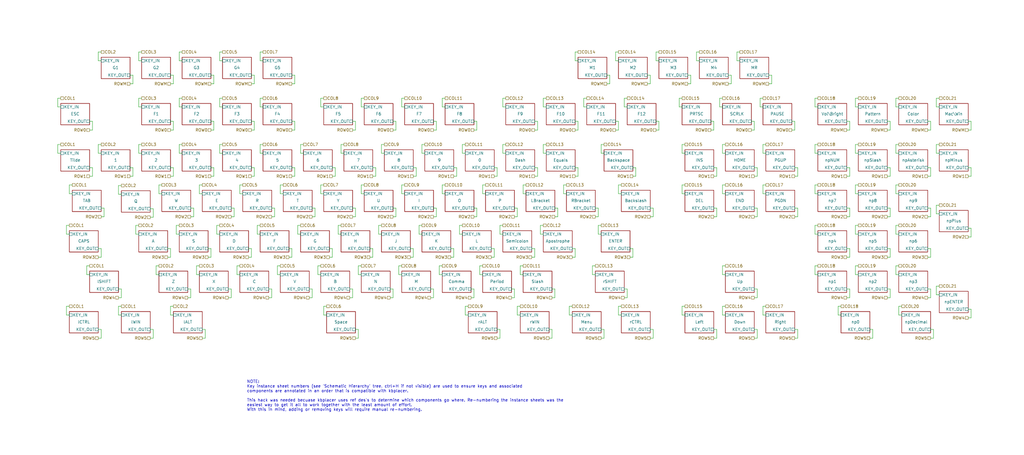
<source format=kicad_sch>
(kicad_sch (version 20250114) (generator "eeschema") (generator_version "9.0")
  (paper "User" 450 200)
  (text "NOTE:\nKey instance sheet numbers (see 'Schematic Hierarchy' tree. ctrl+H if not visible) are used to ensure keys and associated\ncomponents are annotated in an order that is compatible with kbplacer.\n\nThis hack was needed becuase kbplacer uses ref des's to determine which components go where. Re-numbering the instance sheets was the\neasiest way to get it all to work together with the least amount of effort.\nWith this in mind, adding or removing keys will require manual re-numbering." (at 108.458 173.99 0) (effects (font (size 1.27 1.27)) (justify left)))
  (wire (pts (xy 247.65 81.28) (xy 248.92 81.28)))
  (wire (pts (xy 372.11 73.66) (xy 373.38 73.66)))
  (wire (pts (xy 262.89 102.87) (xy 262.89 99.06)))
  (wire (pts (xy 220.98 63.5) (xy 222.25 63.5)))
  (wire (pts (xy 208.28 91.44) (xy 209.55 91.44)))
  (wire (pts (xy 243.84 127) (xy 243.84 130.81)))
  (wire (pts (xy 302.26 33.02) (xy 303.53 33.02)))
  (wire (pts (xy 209.55 53.34) (xy 209.55 57.15)))
  (wire (pts (xy 279.4 73.66) (xy 279.4 77.47)))
  (wire (pts (xy 331.47 127) (xy 332.74 127)))
  (wire (pts (xy 240.03 67.31) (xy 238.76 67.31)))
  (wire (pts (xy 190.5 127) (xy 190.5 130.81)))
  (wire (pts (xy 208.28 57.15) (xy 209.55 57.15)))
  (wire (pts (xy 30.48 81.28) (xy 31.75 81.28)))
  (wire (pts (xy 119.38 91.44) (xy 120.65 91.44)))
  (wire (pts (xy 408.94 148.59) (xy 410.21 148.59)))
  (wire (pts (xy 393.7 99.06) (xy 394.97 99.06)))
  (wire (pts (xy 411.48 46.99) (xy 411.48 43.18)))
  (wire (pts (xy 83.82 127) (xy 83.82 130.81)))
  (wire (pts (xy 114.3 63.5) (xy 115.57 63.5)))
  (wire (pts (xy 252.73 73.66) (xy 254 73.66)))
  (wire (pts (xy 90.17 144.78) (xy 90.17 148.59)))
  (wire (pts (xy 358.14 99.06) (xy 359.41 99.06)))
  (wire (pts (xy 411.48 129.54) (xy 411.48 125.73)))
  (wire (pts (xy 358.14 85.09) (xy 358.14 81.28)))
  (wire (pts (xy 207.01 127) (xy 208.28 127)))
  (wire (pts (xy 176.53 43.18) (xy 177.8 43.18)))
  (wire (pts (xy 241.3 148.59) (xy 242.57 148.59)))
  (wire (pts (xy 287.02 91.44) (xy 287.02 95.25)))
  (wire (pts (xy 426.72 53.34) (xy 426.72 57.15)))
  (wire (pts (xy 335.28 46.99) (xy 334.01 46.99)))
  (wire (pts (xy 336.55 67.31) (xy 335.28 67.31)))
  (wire (pts (xy 270.51 53.34) (xy 271.78 53.34)))
  (wire (pts (xy 425.45 53.34) (xy 426.72 53.34)))
  (wire (pts (xy 115.57 46.99) (xy 114.3 46.99)))
  (wire (pts (xy 358.14 116.84) (xy 359.41 116.84)))
  (wire (pts (xy 123.19 81.28) (xy 124.46 81.28)))
  (wire (pts (xy 349.25 148.59) (xy 350.52 148.59)))
  (wire (pts (xy 425.45 57.15) (xy 426.72 57.15)))
  (wire (pts (xy 119.38 95.25) (xy 120.65 95.25)))
  (wire (pts (xy 66.04 144.78) (xy 67.31 144.78)))
  (wire (pts (xy 109.22 113.03) (xy 110.49 113.03)))
  (wire (pts (xy 208.28 95.25) (xy 209.55 95.25)))
  (wire (pts (xy 43.18 63.5) (xy 44.45 63.5)))
  (wire (pts (xy 408.94 109.22) (xy 408.94 113.03)))
  (wire (pts (xy 393.7 120.65) (xy 393.7 116.84)))
  (wire (pts (xy 180.34 109.22) (xy 181.61 109.22)))
  (wire (pts (xy 265.43 144.78) (xy 265.43 148.59)))
  (wire (pts (xy 29.21 99.06) (xy 30.48 99.06)))
  (wire (pts (xy 140.97 120.65) (xy 139.7 120.65)))
  (wire (pts (xy 299.72 46.99) (xy 298.45 46.99)))
  (wire (pts (xy 377.19 120.65) (xy 375.92 120.65)))
  (wire (pts (xy 80.01 67.31) (xy 78.74 67.31)))
  (wire (pts (xy 261.62 91.44) (xy 262.89 91.44)))
  (wire (pts (xy 261.62 120.65) (xy 260.35 120.65)))
  (wire (pts (xy 88.9 144.78) (xy 90.17 144.78)))
  (wire (pts (xy 299.72 85.09) (xy 299.72 81.28)))
  (wire (pts (xy 59.69 99.06) (xy 60.96 99.06)))
  (wire (pts (xy 153.67 130.81) (xy 154.94 130.81)))
  (wire (pts (xy 425.45 104.14) (xy 426.72 104.14)))
  (wire (pts (xy 375.92 116.84) (xy 377.19 116.84)))
  (wire (pts (xy 78.74 46.99) (xy 78.74 43.18)))
  (wire (pts (xy 176.53 85.09) (xy 176.53 81.28)))
  (wire (pts (xy 118.11 130.81) (xy 119.38 130.81)))
  (wire (pts (xy 158.75 120.65) (xy 157.48 120.65)))
  (wire (pts (xy 383.54 144.78) (xy 383.54 148.59)))
  (wire (pts (xy 38.1 116.84) (xy 39.37 116.84)))
  (wire (pts (xy 176.53 46.99) (xy 176.53 43.18)))
  (wire (pts (xy 129.54 53.34) (xy 129.54 57.15)))
  (wire (pts (xy 234.95 73.66) (xy 236.22 73.66)))
  (wire (pts (xy 83.82 95.25) (xy 85.09 95.25)))
  (wire (pts (xy 143.51 138.43) (xy 142.24 138.43)))
  (wire (pts (xy 124.46 85.09) (xy 123.19 85.09)))
  (wire (pts (xy 325.12 26.67) (xy 323.85 26.67)))
  (wire (pts (xy 220.98 67.31) (xy 220.98 63.5)))
  (wire (pts (xy 231.14 85.09) (xy 229.87 85.09)))
  (wire (pts (xy 373.38 109.22) (xy 373.38 113.03)))
  (wire (pts (xy 194.31 43.18) (xy 195.58 43.18)))
  (wire (pts (xy 265.43 67.31) (xy 264.16 67.31)))
  (wire (pts (xy 74.93 73.66) (xy 76.2 73.66)))
  (wire (pts (xy 349.25 77.47) (xy 350.52 77.47)))
  (wire (pts (xy 172.72 95.25) (xy 173.99 95.25)))
  (wire (pts (xy 185.42 67.31) (xy 185.42 63.5)))
  (wire (pts (xy 251.46 109.22) (xy 252.73 109.22)))
  (wire (pts (xy 128.27 73.66) (xy 129.54 73.66)))
  (wire (pts (xy 412.75 129.54) (xy 411.48 129.54)))
  (wire (pts (xy 271.78 81.28) (xy 273.05 81.28)))
  (wire (pts (xy 92.71 73.66) (xy 93.98 73.66)))
  (wire (pts (xy 40.64 53.34) (xy 40.64 57.15)))
  (wire (pts (xy 303.53 33.02) (xy 303.53 36.83)))
  (wire (pts (xy 129.54 73.66) (xy 129.54 77.47)))
  (wire (pts (xy 407.67 53.34) (xy 408.94 53.34)))
  (wire (pts (xy 252.73 57.15) (xy 254 57.15)))
  (wire (pts (xy 67.31 144.78) (xy 67.31 148.59)))
  (wire (pts (xy 203.2 63.5) (xy 204.47 63.5)))
  (wire (pts (xy 408.94 144.78) (xy 410.21 144.78)))
  (wire (pts (xy 407.67 109.22) (xy 408.94 109.22)))
  (wire (pts (xy 172.72 53.34) (xy 173.99 53.34)))
  (wire (pts (xy 39.37 73.66) (xy 40.64 73.66)))
  (wire (pts (xy 278.13 109.22) (xy 278.13 113.03)))
  (wire (pts (xy 271.78 85.09) (xy 271.78 81.28)))
  (wire (pts (xy 220.98 43.18) (xy 222.25 43.18)))
  (wire (pts (xy 91.44 109.22) (xy 92.71 109.22)))
  (wire (pts (xy 74.93 53.34) (xy 76.2 53.34)))
  (wire (pts (xy 285.75 91.44) (xy 287.02 91.44)))
  (wire (pts (xy 359.41 102.87) (xy 358.14 102.87)))
  (wire (pts (xy 273.05 138.43) (xy 271.78 138.43)))
  (wire (pts (xy 128.27 77.47) (xy 129.54 77.47)))
  (wire (pts (xy 25.4 63.5) (xy 26.67 63.5)))
  (wire (pts (xy 93.98 73.66) (xy 93.98 77.47)))
  (wire (pts (xy 52.07 85.344) (xy 52.07 81.534)))
  (wire (pts (xy 373.38 53.34) (xy 373.38 57.15)))
  (wire (pts (xy 229.87 81.28) (xy 231.14 81.28)))
  (wire (pts (xy 158.75 43.18) (xy 160.02 43.18)))
  (wire (pts (xy 320.04 33.02) (xy 321.31 33.02)))
  (wire (pts (xy 110.49 33.02) (xy 111.76 33.02)))
  (wire (pts (xy 410.21 144.78) (xy 410.21 148.59)))
  (wire (pts (xy 318.77 138.43) (xy 317.5 138.43)))
  (wire (pts (xy 256.54 46.99) (xy 256.54 43.18)))
  (wire (pts (xy 219.71 102.87) (xy 219.71 99.06)))
  (wire (pts (xy 62.23 67.31) (xy 60.96 67.31)))
  (wire (pts (xy 393.7 85.09) (xy 393.7 81.28)))
  (wire (pts (xy 260.35 116.84) (xy 261.62 116.84)))
  (wire (pts (xy 26.67 46.99) (xy 25.4 46.99)))
  (wire (pts (xy 349.25 144.78) (xy 350.52 144.78)))
  (wire (pts (xy 59.69 102.87) (xy 59.69 99.06)))
  (wire (pts (xy 172.72 57.15) (xy 173.99 57.15)))
  (wire (pts (xy 229.87 85.09) (xy 229.87 81.28)))
  (wire (pts (xy 66.04 148.59) (xy 67.31 148.59)))
  (wire (pts (xy 39.37 77.47) (xy 40.64 77.47)))
  (wire (pts (xy 212.09 85.09) (xy 212.09 81.28)))
  (wire (pts (xy 30.48 102.87) (xy 29.21 102.87)))
  (wire (pts (xy 411.48 43.18) (xy 412.75 43.18)))
  (wire (pts (xy 74.93 109.22) (xy 74.93 113.03)))
  (wire (pts (xy 74.93 138.43) (xy 74.93 134.62)))
  (wire (pts (xy 199.39 77.47) (xy 200.66 77.47)))
  (wire (pts (xy 139.7 120.65) (xy 139.7 116.84)))
  (wire (pts (xy 229.87 120.65) (xy 228.6 120.65)))
  (wire (pts (xy 93.98 33.02) (xy 93.98 36.83)))
  (wire (pts (xy 92.71 53.34) (xy 93.98 53.34)))
  (wire (pts (xy 74.93 57.15) (xy 76.2 57.15)))
  (wire (pts (xy 274.32 130.81) (xy 275.59 130.81)))
  (wire (pts (xy 331.47 91.44) (xy 332.74 91.44)))
  (wire (pts (xy 359.41 67.31) (xy 358.14 67.31)))
  (wire (pts (xy 285.75 144.78) (xy 287.02 144.78)))
  (wire (pts (xy 200.66 73.66) (xy 200.66 77.47)))
  (wire (pts (xy 375.92 43.18) (xy 377.19 43.18)))
  (wire (pts (xy 167.64 102.87) (xy 166.37 102.87)))
  (wire (pts (xy 198.12 113.03) (xy 199.39 113.03)))
  (wire (pts (xy 332.74 127) (xy 332.74 130.81)))
  (wire (pts (xy 270.51 57.15) (xy 271.78 57.15)))
  (wire (pts (xy 184.15 102.87) (xy 184.15 99.06)))
  (wire (pts (xy 274.32 43.18) (xy 275.59 43.18)))
  (wire (pts (xy 92.71 36.83) (xy 93.98 36.83)))
  (wire (pts (xy 157.48 120.65) (xy 157.48 116.84)))
  (wire (pts (xy 146.05 73.66) (xy 147.32 73.66)))
  (wire (pts (xy 250.19 134.62) (xy 251.46 134.62)))
  (wire (pts (xy 96.52 26.67) (xy 96.52 22.86)))
  (wire (pts (xy 57.15 77.47) (xy 58.42 77.47)))
  (wire (pts (xy 177.8 85.09) (xy 176.53 85.09)))
  (wire (pts (xy 252.73 26.67) (xy 252.73 22.86)))
  (wire (pts (xy 113.03 102.87) (xy 113.03 99.06)))
  (wire (pts (xy 382.27 144.78) (xy 383.54 144.78)))
  (wire (pts (xy 228.6 116.84) (xy 229.87 116.84)))
  (wire (pts (xy 177.8 46.99) (xy 176.53 46.99)))
  (wire (pts (xy 142.24 46.99) (xy 140.97 46.99)))
  (wire (pts (xy 129.54 33.02) (xy 129.54 36.83)))
  (wire (pts (xy 147.32 73.66) (xy 147.32 77.47)))
  (wire (pts (xy 60.96 102.87) (xy 59.69 102.87)))
  (wire (pts (xy 210.82 120.65) (xy 210.82 116.84)))
  (wire (pts (xy 193.04 120.65) (xy 193.04 116.84)))
  (wire (pts (xy 194.31 46.99) (xy 194.31 43.18)))
  (wire (pts (xy 349.25 73.66) (xy 350.52 73.66)))
  (wire (pts (xy 60.96 63.5) (xy 62.23 63.5)))
  (wire (pts (xy 114.3 22.86) (xy 115.57 22.86)))
  (wire (pts (xy 121.92 120.65) (xy 121.92 116.84)))
  (wire (pts (xy 273.05 85.09) (xy 271.78 85.09)))
  (wire (pts (xy 140.97 43.18) (xy 142.24 43.18)))
  (wire (pts (xy 425.45 135.89) (xy 426.72 135.89)))
  (wire (pts (xy 203.2 67.31) (xy 203.2 63.5)))
  (wire (pts (xy 185.42 102.87) (xy 184.15 102.87)))
  (wire (pts (xy 247.65 85.09) (xy 247.65 81.28)))
  (wire (pts (xy 199.39 73.66) (xy 200.66 73.66)))
  (wire (pts (xy 86.36 120.65) (xy 86.36 116.84)))
  (wire (pts (xy 408.94 53.34) (xy 408.94 57.15)))
  (wire (pts (xy 44.45 109.22) (xy 44.45 113.03)))
  (wire (pts (xy 43.18 148.59) (xy 44.45 148.59)))
  (wire (pts (xy 299.72 81.28) (xy 300.99 81.28)))
  (wire (pts (xy 407.67 73.66) (xy 408.94 73.66)))
  (wire (pts (xy 317.5 81.28) (xy 318.77 81.28)))
  (wire (pts (xy 212.09 81.28) (xy 213.36 81.28)))
  (wire (pts (xy 185.42 63.5) (xy 186.69 63.5)))
  (wire (pts (xy 252.73 22.86) (xy 254 22.86)))
  (wire (pts (xy 372.11 91.44) (xy 373.38 91.44)))
  (wire (pts (xy 148.59 102.87) (xy 148.59 99.06)))
  (wire (pts (xy 43.18 109.22) (xy 44.45 109.22)))
  (wire (pts (xy 105.41 81.28) (xy 106.68 81.28)))
  (wire (pts (xy 372.11 127) (xy 373.38 127)))
  (wire (pts (xy 288.29 22.86) (xy 289.56 22.86)))
  (wire (pts (xy 96.52 67.31) (xy 96.52 63.5)))
  (wire (pts (xy 115.57 26.67) (xy 114.3 26.67)))
  (wire (pts (xy 234.95 57.15) (xy 236.22 57.15)))
  (wire (pts (xy 175.26 120.65) (xy 175.26 116.84)))
  (wire (pts (xy 176.53 120.65) (xy 175.26 120.65)))
  (wire (pts (xy 69.85 120.65) (xy 68.58 120.65)))
  (wire (pts (xy 394.97 46.99) (xy 393.7 46.99)))
  (wire (pts (xy 300.99 138.43) (xy 299.72 138.43)))
  (wire (pts (xy 335.28 85.09) (xy 335.28 81.28)))
  (wire (pts (xy 335.28 81.28) (xy 336.55 81.28)))
  (wire (pts (xy 62.23 26.67) (xy 60.96 26.67)))
  (wire (pts (xy 347.98 53.34) (xy 349.25 53.34)))
  (wire (pts (xy 358.14 102.87) (xy 358.14 99.06)))
  (wire (pts (xy 274.32 46.99) (xy 274.32 43.18)))
  (wire (pts (xy 198.12 109.22) (xy 199.39 109.22)))
  (wire (pts (xy 114.3 102.87) (xy 113.03 102.87)))
  (wire (pts (xy 195.58 46.99) (xy 194.31 46.99)))
  (wire (pts (xy 298.45 43.18) (xy 299.72 43.18)))
  (wire (pts (xy 45.72 91.44) (xy 45.72 95.25)))
  (wire (pts (xy 254 73.66) (xy 254 77.47)))
  (wire (pts (xy 299.72 138.43) (xy 299.72 134.62)))
  (wire (pts (xy 66.04 91.694) (xy 67.31 91.694)))
  (wire (pts (xy 337.82 33.02) (xy 339.09 33.02)))
  (wire (pts (xy 307.34 26.67) (xy 306.07 26.67)))
  (wire (pts (xy 389.89 73.66) (xy 391.16 73.66)))
  (wire (pts (xy 335.28 63.5) (xy 336.55 63.5)))
  (wire (pts (xy 123.19 85.09) (xy 123.19 81.28)))
  (wire (pts (xy 189.23 130.81) (xy 190.5 130.81)))
  (wire (pts (xy 314.96 73.66) (xy 314.96 77.47)))
  (wire (pts (xy 128.27 109.22) (xy 128.27 113.03)))
  (wire (pts (xy 40.64 73.66) (xy 40.64 77.47)))
  (wire (pts (xy 163.83 109.22) (xy 163.83 113.03)))
  (wire (pts (xy 375.92 67.31) (xy 375.92 63.5)))
  (wire (pts (xy 68.58 120.65) (xy 68.58 116.84)))
  (wire (pts (xy 148.59 99.06) (xy 149.86 99.06)))
  (wire (pts (xy 219.71 99.06) (xy 220.98 99.06)))
  (wire (pts (xy 393.7 63.5) (xy 394.97 63.5)))
  (wire (pts (xy 372.11 53.34) (xy 373.38 53.34)))
  (wire (pts (xy 393.7 81.28) (xy 394.97 81.28)))
  (wire (pts (xy 29.21 134.62) (xy 30.48 134.62)))
  (wire (pts (xy 205.74 138.43) (xy 204.47 138.43)))
  (wire (pts (xy 91.44 113.03) (xy 92.71 113.03)))
  (wire (pts (xy 68.58 116.84) (xy 69.85 116.84)))
  (wire (pts (xy 393.7 43.18) (xy 394.97 43.18)))
  (wire (pts (xy 331.47 95.25) (xy 332.74 95.25)))
  (wire (pts (xy 238.76 43.18) (xy 240.03 43.18)))
  (wire (pts (xy 25.4 67.31) (xy 25.4 63.5)))
  (wire (pts (xy 101.6 127) (xy 101.6 130.81)))
  (wire (pts (xy 243.84 91.44) (xy 245.11 91.44)))
  (wire (pts (xy 375.92 46.99) (xy 375.92 43.18)))
  (wire (pts (xy 349.25 95.25) (xy 350.52 95.25)))
  (wire (pts (xy 172.72 91.44) (xy 173.99 91.44)))
  (wire (pts (xy 25.4 43.18) (xy 26.67 43.18)))
  (wire (pts (xy 317.5 138.43) (xy 317.5 134.62)))
  (wire (pts (xy 110.49 53.34) (xy 111.76 53.34)))
  (wire (pts (xy 407.67 113.03) (xy 408.94 113.03)))
  (wire (pts (xy 389.89 77.47) (xy 391.16 77.47)))
  (wire (pts (xy 425.45 73.66) (xy 426.72 73.66)))
  (wire (pts (xy 149.86 67.31) (xy 149.86 63.5)))
  (wire (pts (xy 288.29 57.15) (xy 289.56 57.15)))
  (wire (pts (xy 110.49 77.47) (xy 111.76 77.47)))
  (wire (pts (xy 30.48 85.09) (xy 30.48 81.28)))
  (wire (pts (xy 163.83 77.47) (xy 165.1 77.47)))
  (wire (pts (xy 372.11 95.25) (xy 373.38 95.25)))
  (wire (pts (xy 154.94 53.34) (xy 156.21 53.34)))
  (wire (pts (xy 154.94 91.44) (xy 156.21 91.44)))
  (wire (pts (xy 73.66 109.22) (xy 74.93 109.22)))
  (wire (pts (xy 29.21 102.87) (xy 29.21 99.06)))
  (wire (pts (xy 241.3 144.78) (xy 242.57 144.78)))
  (wire (pts (xy 31.75 85.09) (xy 30.48 85.09)))
  (wire (pts (xy 227.33 91.44) (xy 227.33 95.25)))
  (wire (pts (xy 358.14 81.28) (xy 359.41 81.28)))
  (wire (pts (xy 391.16 53.34) (xy 391.16 57.15)))
  (wire (pts (xy 193.04 116.84) (xy 194.31 116.84)))
  (wire (pts (xy 144.78 109.22) (xy 146.05 109.22)))
  (wire (pts (xy 208.28 53.34) (xy 209.55 53.34)))
  (wire (pts (xy 251.46 138.43) (xy 250.19 138.43)))
  (wire (pts (xy 44.45 26.67) (xy 43.18 26.67)))
  (wire (pts (xy 39.37 53.34) (xy 40.64 53.34)))
  (wire (pts (xy 142.24 85.09) (xy 140.97 85.09)))
  (wire (pts (xy 242.57 127) (xy 243.84 127)))
  (wire (pts (xy 391.16 127) (xy 391.16 130.81)))
  (wire (pts (xy 78.74 43.18) (xy 80.01 43.18)))
  (wire (pts (xy 135.89 127) (xy 137.16 127)))
  (wire (pts (xy 302.26 36.83) (xy 303.53 36.83)))
  (wire (pts (xy 87.63 81.28) (xy 88.9 81.28)))
  (wire (pts (xy 234.95 77.47) (xy 236.22 77.47)))
  (wire (pts (xy 87.63 85.09) (xy 87.63 81.28)))
  (wire (pts (xy 95.25 102.87) (xy 95.25 99.06)))
  (wire (pts (xy 80.01 46.99) (xy 78.74 46.99)))
  (wire (pts (xy 110.49 57.15) (xy 111.76 57.15)))
  (wire (pts (xy 264.16 102.87) (xy 262.89 102.87)))
  (wire (pts (xy 92.71 57.15) (xy 93.98 57.15)))
  (wire (pts (xy 77.47 102.87) (xy 77.47 99.06)))
  (wire (pts (xy 220.98 46.99) (xy 220.98 43.18)))
  (wire (pts (xy 219.71 144.78) (xy 219.71 148.59)))
  (wire (pts (xy 127 113.03) (xy 128.27 113.03)))
  (wire (pts (xy 334.01 46.99) (xy 334.01 43.18)))
  (wire (pts (xy 74.93 134.62) (xy 76.2 134.62)))
  (wire (pts (xy 267.97 33.02) (xy 267.97 36.83)))
  (wire (pts (xy 97.79 46.99) (xy 96.52 46.99)))
  (wire (pts (xy 222.25 46.99) (xy 220.98 46.99)))
  (wire (pts (xy 248.92 85.09) (xy 247.65 85.09)))
  (wire (pts (xy 43.18 22.86) (xy 44.45 22.86)))
  (wire (pts (xy 317.5 85.09) (xy 317.5 81.28)))
  (wire (pts (xy 389.89 53.34) (xy 391.16 53.34)))
  (wire (pts (xy 389.89 91.44) (xy 391.16 91.44)))
  (wire (pts (xy 157.48 144.78) (xy 157.48 148.59)))
  (wire (pts (xy 78.74 67.31) (xy 78.74 63.5)))
  (wire (pts (xy 167.64 63.5) (xy 168.91 63.5)))
  (wire (pts (xy 317.5 63.5) (xy 318.77 63.5)))
  (wire (pts (xy 335.28 138.43) (xy 335.28 134.62)))
  (wire (pts (xy 156.21 148.59) (xy 157.48 148.59)))
  (wire (pts (xy 372.11 57.15) (xy 373.38 57.15)))
  (wire (pts (xy 156.21 53.34) (xy 156.21 57.15)))
  (wire (pts (xy 85.09 91.44) (xy 85.09 95.25)))
  (wire (pts (xy 313.69 53.34) (xy 313.69 57.15)))
  (wire (pts (xy 30.48 138.43) (xy 29.21 138.43)))
  (wire (pts (xy 215.9 113.03) (xy 217.17 113.03)))
  (wire (pts (xy 43.18 67.31) (xy 43.18 63.5)))
  (wire (pts (xy 285.75 148.59) (xy 287.02 148.59)))
  (wire (pts (xy 389.89 127) (xy 391.16 127)))
  (wire (pts (xy 271.78 26.67) (xy 270.51 26.67)))
  (wire (pts (xy 62.23 46.99) (xy 60.96 46.99)))
  (wire (pts (xy 60.96 26.67) (xy 60.96 22.86)))
  (wire (pts (xy 313.69 91.44) (xy 314.96 91.44)))
  (wire (pts (xy 101.6 95.25) (xy 102.87 95.25)))
  (wire (pts (xy 407.67 77.47) (xy 408.94 77.47)))
  (wire (pts (xy 224.79 130.81) (xy 226.06 130.81)))
  (wire (pts (xy 264.16 144.78) (xy 265.43 144.78)))
  (wire (pts (xy 275.59 127) (xy 275.59 130.81)))
  (wire (pts (xy 102.87 91.44) (xy 102.87 95.25)))
  (wire (pts (xy 96.52 22.86) (xy 97.79 22.86)))
  (wire (pts (xy 128.27 53.34) (xy 129.54 53.34)))
  (wire (pts (xy 87.63 120.65) (xy 86.36 120.65)))
  (wire (pts (xy 266.7 36.83) (xy 267.97 36.83)))
  (wire (pts (xy 377.19 102.87) (xy 375.92 102.87)))
  (wire (pts (xy 52.07 81.534) (xy 53.34 81.534)))
  (wire (pts (xy 140.97 46.99) (xy 140.97 43.18)))
  (wire (pts (xy 313.69 73.66) (xy 314.96 73.66)))
  (wire (pts (xy 217.17 73.66) (xy 218.44 73.66)))
  (wire (pts (xy 165.1 73.66) (xy 165.1 77.47)))
  (wire (pts (xy 313.69 77.47) (xy 314.96 77.47)))
  (wire (pts (xy 218.44 73.66) (xy 218.44 77.47)))
  (wire (pts (xy 314.96 144.78) (xy 314.96 148.59)))
  (wire (pts (xy 391.16 109.22) (xy 391.16 113.03)))
  (wire (pts (xy 306.07 26.67) (xy 306.07 22.86)))
  (wire (pts (xy 389.89 113.03) (xy 391.16 113.03)))
  (wire (pts (xy 242.57 130.81) (xy 243.84 130.81)))
  (wire (pts (xy 373.38 127) (xy 373.38 130.81)))
  (wire (pts (xy 158.75 81.28) (xy 160.02 81.28)))
  (wire (pts (xy 151.13 67.31) (xy 149.86 67.31)))
  (wire (pts (xy 426.72 135.89) (xy 426.72 139.7)))
  (wire (pts (xy 212.09 120.65) (xy 210.82 120.65)))
  (wire (pts (xy 181.61 73.66) (xy 182.88 73.66)))
  (wire (pts (xy 154.94 95.25) (xy 156.21 95.25)))
  (wire (pts (xy 203.2 102.87) (xy 201.93 102.87)))
  (wire (pts (xy 76.2 73.66) (xy 76.2 77.47)))
  (wire (pts (xy 76.2 53.34) (xy 76.2 57.15)))
  (wire (pts (xy 377.19 67.31) (xy 375.92 67.31)))
  (wire (pts (xy 411.48 93.98) (xy 411.48 90.17)))
  (wire (pts (xy 190.5 53.34) (xy 191.77 53.34)))
  (wire (pts (xy 83.82 91.44) (xy 85.09 91.44)))
  (wire (pts (xy 149.86 102.87) (xy 148.59 102.87)))
  (wire (pts (xy 350.52 91.44) (xy 350.52 95.25)))
  (wire (pts (xy 44.45 95.25) (xy 45.72 95.25)))
  (wire (pts (xy 334.01 43.18) (xy 335.28 43.18)))
  (wire (pts (xy 394.97 120.65) (xy 393.7 120.65)))
  (wire (pts (xy 130.81 102.87) (xy 130.81 99.06)))
  (wire (pts (xy 38.1 120.65) (xy 38.1 116.84)))
  (wire (pts (xy 337.82 36.83) (xy 339.09 36.83)))
  (wire (pts (xy 93.98 53.34) (xy 93.98 57.15)))
  (wire (pts (xy 242.57 144.78) (xy 242.57 148.59)))
  (wire (pts (xy 250.19 138.43) (xy 250.19 134.62)))
  (wire (pts (xy 321.31 33.02) (xy 321.31 36.83)))
  (wire (pts (xy 262.89 91.44) (xy 262.89 95.25)))
  (wire (pts (xy 26.67 67.31) (xy 25.4 67.31)))
  (wire (pts (xy 109.22 109.22) (xy 110.49 109.22)))
  (wire (pts (xy 60.96 46.99) (xy 60.96 43.18)))
  (wire (pts (xy 210.82 116.84) (xy 212.09 116.84)))
  (wire (pts (xy 408.94 127) (xy 408.94 130.81)))
  (wire (pts (xy 57.15 73.66) (xy 58.42 73.66)))
  (wire (pts (xy 368.3 134.62) (xy 369.57 134.62)))
  (wire (pts (xy 111.76 53.34) (xy 111.76 57.15)))
  (wire (pts (xy 181.61 77.47) (xy 182.88 77.47)))
  (wire (pts (xy 128.27 57.15) (xy 129.54 57.15)))
  (wire (pts (xy 133.35 67.31) (xy 132.08 67.31)))
  (wire (pts (xy 74.93 33.02) (xy 76.2 33.02)))
  (wire (pts (xy 73.66 113.03) (xy 74.93 113.03)))
  (wire (pts (xy 114.3 26.67) (xy 114.3 22.86)))
  (wire (pts (xy 115.57 67.31) (xy 114.3 67.31)))
  (wire (pts (xy 288.29 26.67) (xy 288.29 22.86)))
  (wire (pts (xy 140.97 81.28) (xy 142.24 81.28)))
  (wire (pts (xy 121.92 116.84) (xy 123.19 116.84)))
  (wire (pts (xy 313.69 95.25) (xy 314.96 95.25)))
  (wire (pts (xy 96.52 102.87) (xy 95.25 102.87)))
  (wire (pts (xy 142.24 138.43) (xy 142.24 134.62)))
  (wire (pts (xy 323.85 22.86) (xy 325.12 22.86)))
  (wire (pts (xy 332.74 144.78) (xy 332.74 148.59)))
  (wire (pts (xy 189.23 127) (xy 190.5 127)))
  (wire (pts (xy 243.84 95.25) (xy 245.11 95.25)))
  (wire (pts (xy 375.92 63.5) (xy 377.19 63.5)))
  (wire (pts (xy 52.07 127) (xy 53.34 127)))
  (wire (pts (xy 139.7 116.84) (xy 140.97 116.84)))
  (wire (pts (xy 275.59 46.99) (xy 274.32 46.99)))
  (wire (pts (xy 123.19 120.65) (xy 121.92 120.65)))
  (wire (pts (xy 238.76 63.5) (xy 240.03 63.5)))
  (wire (pts (xy 204.47 67.31) (xy 203.2 67.31)))
  (wire (pts (xy 217.17 77.47) (xy 218.44 77.47)))
  (wire (pts (xy 373.38 73.66) (xy 373.38 77.47)))
  (wire (pts (xy 227.33 134.62) (xy 228.6 134.62)))
  (wire (pts (xy 201.93 102.87) (xy 201.93 99.06)))
  (wire (pts (xy 160.02 46.99) (xy 158.75 46.99)))
  (wire (pts (xy 135.89 130.81) (xy 137.16 130.81)))
  (wire (pts (xy 226.06 91.44) (xy 227.33 91.44)))
  (wire (pts (xy 82.55 127) (xy 83.82 127)))
  (wire (pts (xy 158.75 85.09) (xy 158.75 81.28)))
  (wire (pts (xy 284.48 33.02) (xy 285.75 33.02)))
  (wire (pts (xy 314.96 91.44) (xy 314.96 95.25)))
  (wire (pts (xy 312.42 57.15) (xy 313.69 57.15)))
  (wire (pts (xy 66.04 95.504) (xy 67.31 95.504)))
  (wire (pts (xy 264.16 148.59) (xy 265.43 148.59)))
  (wire (pts (xy 92.71 109.22) (xy 92.71 113.03)))
  (wire (pts (xy 234.95 109.22) (xy 234.95 113.03)))
  (wire (pts (xy 78.74 63.5) (xy 80.01 63.5)))
  (wire (pts (xy 190.5 95.25) (xy 191.77 95.25)))
  (wire (pts (xy 120.65 91.44) (xy 120.65 95.25)))
  (wire (pts (xy 195.58 85.09) (xy 194.31 85.09)))
  (wire (pts (xy 358.14 67.31) (xy 358.14 63.5)))
  (wire (pts (xy 162.56 109.22) (xy 163.83 109.22)))
  (wire (pts (xy 240.03 46.99) (xy 238.76 46.99)))
  (wire (pts (xy 175.26 116.84) (xy 176.53 116.84)))
  (wire (pts (xy 137.16 127) (xy 137.16 130.81)))
  (wire (pts (xy 336.55 138.43) (xy 335.28 138.43)))
  (wire (pts (xy 298.45 46.99) (xy 298.45 43.18)))
  (wire (pts (xy 313.69 148.59) (xy 314.96 148.59)))
  (wire (pts (xy 238.76 102.87) (xy 237.49 102.87)))
  (wire (pts (xy 287.02 144.78) (xy 287.02 148.59)))
  (wire (pts (xy 331.47 130.81) (xy 332.74 130.81)))
  (wire (pts (xy 320.04 36.83) (xy 321.31 36.83)))
  (wire (pts (xy 393.7 116.84) (xy 394.97 116.84)))
  (wire (pts (xy 372.11 109.22) (xy 373.38 109.22)))
  (wire (pts (xy 331.47 77.47) (xy 332.74 77.47)))
  (wire (pts (xy 43.18 144.78) (xy 44.45 144.78)))
  (wire (pts (xy 358.14 46.99) (xy 358.14 43.18)))
  (wire (pts (xy 52.07 130.81) (xy 53.34 130.81)))
  (wire (pts (xy 218.44 144.78) (xy 219.71 144.78)))
  (wire (pts (xy 60.96 67.31) (xy 60.96 63.5)))
  (wire (pts (xy 236.22 53.34) (xy 236.22 57.15)))
  (wire (pts (xy 114.3 46.99) (xy 114.3 43.18)))
  (wire (pts (xy 96.52 63.5) (xy 97.79 63.5)))
  (wire (pts (xy 349.25 53.34) (xy 349.25 57.15)))
  (wire (pts (xy 207.01 130.81) (xy 208.28 130.81)))
  (wire (pts (xy 407.67 127) (xy 408.94 127)))
  (wire (pts (xy 130.81 99.06) (xy 132.08 99.06)))
  (wire (pts (xy 217.17 109.22) (xy 217.17 113.03)))
  (wire (pts (xy 339.09 33.02) (xy 339.09 36.83)))
  (wire (pts (xy 317.5 134.62) (xy 318.77 134.62)))
  (wire (pts (xy 106.68 85.09) (xy 105.41 85.09)))
  (wire (pts (xy 389.89 95.25) (xy 391.16 95.25)))
  (wire (pts (xy 52.07 138.43) (xy 52.07 134.62)))
  (wire (pts (xy 412.75 67.31) (xy 411.48 67.31)))
  (wire (pts (xy 389.89 57.15) (xy 391.16 57.15)))
  (wire (pts (xy 154.94 127) (xy 154.94 130.81)))
  (wire (pts (xy 299.72 134.62) (xy 300.99 134.62)))
  (wire (pts (xy 394.97 102.87) (xy 393.7 102.87)))
  (wire (pts (xy 132.08 102.87) (xy 130.81 102.87)))
  (wire (pts (xy 276.86 109.22) (xy 278.13 109.22)))
  (wire (pts (xy 382.27 148.59) (xy 383.54 148.59)))
  (wire (pts (xy 359.41 120.65) (xy 358.14 120.65)))
  (wire (pts (xy 57.15 33.02) (xy 58.42 33.02)))
  (wire (pts (xy 237.49 102.87) (xy 237.49 99.06)))
  (wire (pts (xy 393.7 46.99) (xy 393.7 43.18)))
  (wire (pts (xy 60.96 43.18) (xy 62.23 43.18)))
  (wire (pts (xy 140.97 85.09) (xy 140.97 81.28)))
  (wire (pts (xy 372.11 113.03) (xy 373.38 113.03)))
  (wire (pts (xy 289.56 26.67) (xy 288.29 26.67)))
  (wire (pts (xy 350.52 144.78) (xy 350.52 148.59)))
  (wire (pts (xy 146.05 109.22) (xy 146.05 113.03)))
  (wire (pts (xy 375.92 85.09) (xy 375.92 81.28)))
  (wire (pts (xy 194.31 120.65) (xy 193.04 120.65)))
  (wire (pts (xy 234.95 53.34) (xy 236.22 53.34)))
  (wire (pts (xy 74.93 77.47) (xy 76.2 77.47)))
  (wire (pts (xy 228.6 138.43) (xy 227.33 138.43)))
  (wire (pts (xy 138.43 91.44) (xy 138.43 95.25)))
  (wire (pts (xy 104.14 120.65) (xy 104.14 116.84)))
  (wire (pts (xy 408.94 73.66) (xy 408.94 77.47)))
  (wire (pts (xy 375.92 120.65) (xy 375.92 116.84)))
  (wire (pts (xy 110.49 109.22) (xy 110.49 113.03)))
  (wire (pts (xy 425.45 100.33) (xy 426.72 100.33)))
  (wire (pts (xy 288.29 53.34) (xy 289.56 53.34)))
  (wire (pts (xy 407.67 57.15) (xy 408.94 57.15)))
  (wire (pts (xy 316.23 46.99) (xy 316.23 43.18)))
  (wire (pts (xy 300.99 67.31) (xy 299.72 67.31)))
  (wire (pts (xy 411.48 90.17) (xy 412.75 90.17)))
  (wire (pts (xy 391.16 91.44) (xy 391.16 95.25)))
  (wire (pts (xy 154.94 57.15) (xy 156.21 57.15)))
  (wire (pts (xy 57.15 36.83) (xy 58.42 36.83)))
  (wire (pts (xy 222.25 67.31) (xy 220.98 67.31)))
  (wire (pts (xy 331.47 148.59) (xy 332.74 148.59)))
  (wire (pts (xy 233.68 109.22) (xy 234.95 109.22)))
  (wire (pts (xy 215.9 109.22) (xy 217.17 109.22)))
  (wire (pts (xy 58.42 73.66) (xy 58.42 77.47)))
  (wire (pts (xy 323.85 26.67) (xy 323.85 22.86)))
  (wire (pts (xy 236.22 73.66) (xy 236.22 77.47)))
  (wire (pts (xy 264.16 67.31) (xy 264.16 63.5)))
  (wire (pts (xy 347.98 57.15) (xy 349.25 57.15)))
  (wire (pts (xy 394.97 67.31) (xy 393.7 67.31)))
  (wire (pts (xy 137.16 91.44) (xy 138.43 91.44)))
  (wire (pts (xy 233.68 113.03) (xy 234.95 113.03)))
  (wire (pts (xy 407.67 91.44) (xy 408.94 91.44)))
  (wire (pts (xy 389.89 109.22) (xy 391.16 109.22)))
  (wire (pts (xy 260.35 120.65) (xy 260.35 116.84)))
  (wire (pts (xy 128.27 33.02) (xy 129.54 33.02)))
  (wire (pts (xy 254 26.67) (xy 252.73 26.67)))
  (wire (pts (xy 318.77 120.65) (xy 317.5 120.65)))
  (wire (pts (xy 411.48 125.73) (xy 412.75 125.73)))
  (wire (pts (xy 359.41 85.09) (xy 358.14 85.09)))
  (wire (pts (xy 227.33 138.43) (xy 227.33 134.62)))
  (wire (pts (xy 113.03 99.06) (xy 114.3 99.06)))
  (wire (pts (xy 173.99 91.44) (xy 173.99 95.25)))
  (wire (pts (xy 88.9 148.59) (xy 90.17 148.59)))
  (wire (pts (xy 349.25 91.44) (xy 350.52 91.44)))
  (wire (pts (xy 44.45 67.31) (xy 43.18 67.31)))
  (wire (pts (xy 92.71 77.47) (xy 93.98 77.47)))
  (wire (pts (xy 43.18 113.03) (xy 44.45 113.03)))
  (wire (pts (xy 163.83 73.66) (xy 165.1 73.66)))
  (wire (pts (xy 78.74 102.87) (xy 77.47 102.87)))
  (wire (pts (xy 157.48 116.84) (xy 158.75 116.84)))
  (wire (pts (xy 39.37 57.15) (xy 40.64 57.15)))
  (wire (pts (xy 78.74 26.67) (xy 78.74 22.86)))
  (wire (pts (xy 160.02 85.09) (xy 158.75 85.09)))
  (wire (pts (xy 306.07 22.86) (xy 307.34 22.86)))
  (wire (pts (xy 100.33 127) (xy 101.6 127)))
  (wire (pts (xy 114.3 67.31) (xy 114.3 63.5)))
  (wire (pts (xy 142.24 134.62) (xy 143.51 134.62)))
  (wire (pts (xy 96.52 43.18) (xy 97.79 43.18)))
  (wire (pts (xy 426.72 73.66) (xy 426.72 77.47)))
  (wire (pts (xy 252.73 53.34) (xy 254 53.34)))
  (wire (pts (xy 330.2 57.15) (xy 331.47 57.15)))
  (wire (pts (xy 110.49 73.66) (xy 111.76 73.66)))
  (wire (pts (xy 426.72 100.33) (xy 426.72 104.14)))
  (wire (pts (xy 43.18 26.67) (xy 43.18 22.86)))
  (wire (pts (xy 220.98 102.87) (xy 219.71 102.87)))
  (wire (pts (xy 318.77 85.09) (xy 317.5 85.09)))
  (wire (pts (xy 132.08 63.5) (xy 133.35 63.5)))
  (wire (pts (xy 332.74 73.66) (xy 332.74 77.47)))
  (wire (pts (xy 173.99 53.34) (xy 173.99 57.15)))
  (wire (pts (xy 238.76 67.31) (xy 238.76 63.5)))
  (wire (pts (xy 331.47 73.66) (xy 332.74 73.66)))
  (wire (pts (xy 299.72 67.31) (xy 299.72 63.5)))
  (wire (pts (xy 270.51 22.86) (xy 271.78 22.86)))
  (wire (pts (xy 158.75 46.99) (xy 158.75 43.18)))
  (wire (pts (xy 190.5 57.15) (xy 191.77 57.15)))
  (wire (pts (xy 71.12 85.09) (xy 69.85 85.09)))
  (wire (pts (xy 237.49 99.06) (xy 238.76 99.06)))
  (wire (pts (xy 149.86 63.5) (xy 151.13 63.5)))
  (wire (pts (xy 156.21 91.44) (xy 156.21 95.25)))
  (wire (pts (xy 204.47 134.62) (xy 205.74 134.62)))
  (wire (pts (xy 330.2 53.34) (xy 331.47 53.34)))
  (wire (pts (xy 194.31 81.28) (xy 195.58 81.28)))
  (wire (pts (xy 190.5 91.44) (xy 191.77 91.44)))
  (wire (pts (xy 82.55 130.81) (xy 83.82 130.81)))
  (wire (pts (xy 67.31 91.694) (xy 67.31 95.504)))
  (wire (pts (xy 284.48 36.83) (xy 285.75 36.83)))
  (wire (pts (xy 425.45 139.7) (xy 426.72 139.7)))
  (wire (pts (xy 69.85 81.28) (xy 71.12 81.28)))
  (wire (pts (xy 191.77 53.34) (xy 191.77 57.15)))
  (wire (pts (xy 105.41 85.09) (xy 105.41 81.28)))
  (wire (pts (xy 332.74 91.44) (xy 332.74 95.25)))
  (wire (pts (xy 146.05 77.47) (xy 147.32 77.47)))
  (wire (pts (xy 359.41 46.99) (xy 358.14 46.99)))
  (wire (pts (xy 60.96 22.86) (xy 62.23 22.86)))
  (wire (pts (xy 132.08 67.31) (xy 132.08 63.5)))
  (wire (pts (xy 425.45 77.47) (xy 426.72 77.47)))
  (wire (pts (xy 204.47 138.43) (xy 204.47 134.62)))
  (wire (pts (xy 209.55 91.44) (xy 209.55 95.25)))
  (wire (pts (xy 180.34 113.03) (xy 181.61 113.03)))
  (wire (pts (xy 97.79 67.31) (xy 96.52 67.31)))
  (wire (pts (xy 252.73 109.22) (xy 252.73 113.03)))
  (wire (pts (xy 278.13 73.66) (xy 279.4 73.66)))
  (wire (pts (xy 372.11 130.81) (xy 373.38 130.81)))
  (wire (pts (xy 270.51 26.67) (xy 270.51 22.86)))
  (wire (pts (xy 166.37 99.06) (xy 167.64 99.06)))
  (wire (pts (xy 97.79 26.67) (xy 96.52 26.67)))
  (wire (pts (xy 44.45 91.44) (xy 45.72 91.44)))
  (wire (pts (xy 412.75 93.98) (xy 411.48 93.98)))
  (wire (pts (xy 111.76 73.66) (xy 111.76 77.47)))
  (wire (pts (xy 331.47 53.34) (xy 331.47 57.15)))
  (wire (pts (xy 101.6 91.44) (xy 102.87 91.44)))
  (wire (pts (xy 358.14 120.65) (xy 358.14 116.84)))
  (wire (pts (xy 88.9 85.09) (xy 87.63 85.09)))
  (wire (pts (xy 144.78 113.03) (xy 146.05 113.03)))
  (wire (pts (xy 181.61 109.22) (xy 181.61 113.03)))
  (wire (pts (xy 194.31 85.09) (xy 194.31 81.28)))
  (wire (pts (xy 119.38 127) (xy 119.38 130.81)))
  (wire (pts (xy 256.54 43.18) (xy 257.81 43.18)))
  (wire (pts (xy 76.2 33.02) (xy 76.2 36.83)))
  (wire (pts (xy 350.52 73.66) (xy 350.52 77.47)))
  (wire (pts (xy 373.38 91.44) (xy 373.38 95.25)))
  (wire (pts (xy 166.37 102.87) (xy 166.37 99.06)))
  (wire (pts (xy 300.99 85.09) (xy 299.72 85.09)))
  (wire (pts (xy 299.72 63.5) (xy 300.99 63.5)))
  (wire (pts (xy 276.86 113.03) (xy 278.13 113.03)))
  (wire (pts (xy 264.16 63.5) (xy 265.43 63.5)))
  (wire (pts (xy 69.85 85.09) (xy 69.85 81.28)))
  (wire (pts (xy 393.7 67.31) (xy 393.7 63.5)))
  (wire (pts (xy 100.33 130.81) (xy 101.6 130.81)))
  (wire (pts (xy 261.62 95.25) (xy 262.89 95.25)))
  (wire (pts (xy 375.92 102.87) (xy 375.92 99.06)))
  (wire (pts (xy 92.71 33.02) (xy 93.98 33.02)))
  (wire (pts (xy 271.78 134.62) (xy 273.05 134.62)))
  (wire (pts (xy 168.91 67.31) (xy 167.64 67.31)))
  (wire (pts (xy 191.77 91.44) (xy 191.77 95.25)))
  (wire (pts (xy 271.78 138.43) (xy 271.78 134.62)))
  (wire (pts (xy 285.75 95.25) (xy 287.02 95.25)))
  (wire (pts (xy 331.47 144.78) (xy 332.74 144.78)))
  (wire (pts (xy 238.76 46.99) (xy 238.76 43.18)))
  (wire (pts (xy 184.15 99.06) (xy 185.42 99.06)))
  (wire (pts (xy 226.06 95.25) (xy 227.33 95.25)))
  (wire (pts (xy 156.21 144.78) (xy 157.48 144.78)))
  (wire (pts (xy 411.48 63.5) (xy 412.75 63.5)))
  (wire (pts (xy 377.19 46.99) (xy 375.92 46.99)))
  (wire (pts (xy 199.39 109.22) (xy 199.39 113.03)))
  (wire (pts (xy 110.49 36.83) (xy 111.76 36.83)))
  (wire (pts (xy 172.72 127) (xy 172.72 130.81)))
  (wire (pts (xy 394.97 85.09) (xy 393.7 85.09)))
  (wire (pts (xy 389.89 130.81) (xy 391.16 130.81)))
  (wire (pts (xy 375.92 99.06) (xy 377.19 99.06)))
  (wire (pts (xy 369.57 138.43) (xy 368.3 138.43)))
  (wire (pts (xy 77.47 99.06) (xy 78.74 99.06)))
  (wire (pts (xy 335.28 134.62) (xy 336.55 134.62)))
  (wire (pts (xy 254 53.34) (xy 254 57.15)))
  (wire (pts (xy 80.01 26.67) (xy 78.74 26.67)))
  (wire (pts (xy 137.16 95.25) (xy 138.43 95.25)))
  (wire (pts (xy 78.74 22.86) (xy 80.01 22.86)))
  (wire (pts (xy 96.52 46.99) (xy 96.52 43.18)))
  (wire (pts (xy 317.5 46.99) (xy 316.23 46.99)))
  (wire (pts (xy 53.34 85.344) (xy 52.07 85.344)))
  (wire (pts (xy 224.79 127) (xy 226.06 127)))
  (wire (pts (xy 318.77 67.31) (xy 317.5 67.31)))
  (wire (pts (xy 312.42 53.34) (xy 313.69 53.34)))
  (wire (pts (xy 226.06 127) (xy 226.06 130.81)))
  (wire (pts (xy 317.5 120.65) (xy 317.5 116.84)))
  (wire (pts (xy 396.24 138.43) (xy 394.97 138.43)))
  (wire (pts (xy 411.48 67.31) (xy 411.48 63.5)))
  (wire (pts (xy 257.81 46.99) (xy 256.54 46.99)))
  (wire (pts (xy 317.5 67.31) (xy 317.5 63.5)))
  (wire (pts (xy 111.76 33.02) (xy 111.76 36.83)))
  (wire (pts (xy 271.78 53.34) (xy 271.78 57.15)))
  (wire (pts (xy 372.11 77.47) (xy 373.38 77.47)))
  (wire (pts (xy 201.93 99.06) (xy 203.2 99.06)))
  (wire (pts (xy 171.45 130.81) (xy 172.72 130.81)))
  (wire (pts (xy 335.28 67.31) (xy 335.28 63.5)))
  (wire (pts (xy 29.21 138.43) (xy 29.21 134.62)))
  (wire (pts (xy 394.97 134.62) (xy 396.24 134.62)))
  (wire (pts (xy 127 109.22) (xy 128.27 109.22)))
  (wire (pts (xy 114.3 43.18) (xy 115.57 43.18)))
  (wire (pts (xy 171.45 127) (xy 172.72 127)))
  (wire (pts (xy 393.7 102.87) (xy 393.7 99.06)))
  (wire (pts (xy 213.36 85.09) (xy 212.09 85.09)))
  (wire (pts (xy 208.28 127) (xy 208.28 130.81)))
  (wire (pts (xy 313.69 144.78) (xy 314.96 144.78)))
  (wire (pts (xy 266.7 33.02) (xy 267.97 33.02)))
  (wire (pts (xy 218.44 148.59) (xy 219.71 148.59)))
  (wire (pts (xy 118.11 127) (xy 119.38 127)))
  (wire (pts (xy 25.4 46.99) (xy 25.4 43.18)))
  (wire (pts (xy 251.46 113.03) (xy 252.73 113.03)))
  (wire (pts (xy 412.75 46.99) (xy 411.48 46.99)))
  (wire (pts (xy 317.5 116.84) (xy 318.77 116.84)))
  (wire (pts (xy 186.69 67.31) (xy 185.42 67.31)))
  (wire (pts (xy 274.32 127) (xy 275.59 127)))
  (wire (pts (xy 408.94 91.44) (xy 408.94 95.25)))
  (wire (pts (xy 53.34 127) (xy 53.34 130.81)))
  (wire (pts (xy 262.89 99.06) (xy 264.16 99.06)))
  (wire (pts (xy 391.16 73.66) (xy 391.16 77.47)))
  (wire (pts (xy 167.64 67.31) (xy 167.64 63.5)))
  (wire (pts (xy 407.67 130.81) (xy 408.94 130.81)))
  (wire (pts (xy 74.93 36.83) (xy 76.2 36.83)))
  (wire (pts (xy 86.36 116.84) (xy 87.63 116.84)))
  (wire (pts (xy 245.11 91.44) (xy 245.11 95.25)))
  (wire (pts (xy 285.75 33.02) (xy 285.75 36.83)))
  (wire (pts (xy 407.67 95.25) (xy 408.94 95.25)))
  (wire (pts (xy 368.3 138.43) (xy 368.3 134.62)))
  (wire (pts (xy 358.14 43.18) (xy 359.41 43.18)))
  (wire (pts (xy 228.6 120.65) (xy 228.6 116.84)))
  (wire (pts (xy 44.45 144.78) (xy 44.45 148.59)))
  (wire (pts (xy 336.55 85.09) (xy 335.28 85.09)))
  (wire (pts (xy 377.19 85.09) (xy 375.92 85.09)))
  (wire (pts (xy 53.34 138.43) (xy 52.07 138.43)))
  (wire (pts (xy 76.2 138.43) (xy 74.93 138.43)))
  (wire (pts (xy 52.07 134.62) (xy 53.34 134.62)))
  (wire (pts (xy 104.14 116.84) (xy 105.41 116.84)))
  (wire (pts (xy 289.56 53.34) (xy 289.56 57.15)))
  (wire (pts (xy 162.56 113.03) (xy 163.83 113.03)))
  (wire (pts (xy 252.73 77.47) (xy 254 77.47)))
  (wire (pts (xy 95.25 99.06) (xy 96.52 99.06)))
  (wire (pts (xy 375.92 81.28) (xy 377.19 81.28)))
  (wire (pts (xy 394.97 138.43) (xy 394.97 134.62)))
  (wire (pts (xy 153.67 127) (xy 154.94 127)))
  (wire (pts (xy 58.42 33.02) (xy 58.42 36.83)))
  (wire (pts (xy 358.14 63.5) (xy 359.41 63.5)))
  (wire (pts (xy 105.41 120.65) (xy 104.14 120.65)))
  (wire (pts (xy 128.27 36.83) (xy 129.54 36.83)))
  (wire (pts (xy 39.37 120.65) (xy 38.1 120.65)))
  (wire (pts (xy 182.88 73.66) (xy 182.88 77.47)))
  (wire (pts (xy 278.13 77.47) (xy 279.4 77.47)))
  (wire (pts (xy 316.23 43.18) (xy 317.5 43.18)))
  (wire (pts (xy 176.53 81.28) (xy 177.8 81.28)))
  (hierarchical_label "ROW0" (shape passive) (at 74.93 57.15 180))
  (hierarchical_label "ROW4" (shape passive) (at 189.23 130.81 180))
  (hierarchical_label "ROW4" (shape passive) (at 52.07 130.81 180))
  (hierarchical_label "ROW3" (shape passive) (at 180.34 113.03 180))
  (hierarchical_label "COL5" (shape passive) (at 123.19 116.84 0))
  (hierarchical_label "ROW3" (shape passive) (at 109.22 113.03 180))
  (hierarchical_label "COL6" (shape passive) (at 143.51 134.62 0))
  (hierarchical_label "ROW2" (shape passive) (at 44.45 95.25 180))
  (hierarchical_label "ROW3" (shape passive) (at 127 113.03 180))
  (hierarchical_label "COL7" (shape passive) (at 142.24 81.28 0))
  (hierarchical_label "COL3" (shape passive) (at 87.63 116.84 0))
  (hierarchical_label "COL12" (shape passive) (at 222.25 63.5 0))
  (hierarchical_label "COL17" (shape passive) (at 336.55 134.62 0))
  (hierarchical_label "ROW2" (shape passive) (at 101.6 95.25 180))
  (hierarchical_label "COL20" (shape passive) (at 394.97 116.84 0))
  (hierarchical_label "COL2" (shape passive) (at 76.2 134.62 0))
  (hierarchical_label "ROWM" (shape passive) (at 337.82 36.83 180))
  (hierarchical_label "ROW3" (shape passive) (at 43.18 113.03 180))
  (hierarchical_label "ROW4" (shape passive) (at 171.45 130.81 180))
  (hierarchical_label "ROW1" (shape passive) (at 181.61 77.47 180))
  (hierarchical_label "ROW1" (shape passive) (at 425.45 77.47 180))
  (hierarchical_label "COL7" (shape passive) (at 149.86 99.06 0))
  (hierarchical_label "ROW3" (shape passive) (at 276.86 113.03 180))
  (hierarchical_label "ROW0" (shape passive) (at 154.94 57.15 180))
  (hierarchical_label "ROW5" (shape passive) (at 382.27 148.59 180))
  (hierarchical_label "COL10" (shape passive) (at 195.58 81.28 0))
  (hierarchical_label "ROW2" (shape passive) (at 83.82 95.25 180))
  (hierarchical_label "COL9" (shape passive) (at 160.02 43.18 0))
  (hierarchical_label "ROW4" (shape passive) (at 242.57 130.81 180))
  (hierarchical_label "COL13" (shape passive) (at 240.03 63.5 0))
  (hierarchical_label "COL12" (shape passive) (at 231.14 81.28 0))
  (hierarchical_label "ROW2" (shape passive) (at 190.5 95.25 180))
  (hierarchical_label "ROW2" (shape passive) (at 331.47 95.25 180))
  (hierarchical_label "COL18" (shape passive) (at 359.41 81.28 0))
  (hierarchical_label "COL6" (shape passive) (at 115.57 43.18 0))
  (hierarchical_label "COL2" (shape passive) (at 53.34 81.534 0))
  (hierarchical_label "COL20" (shape passive) (at 394.97 81.28 0))
  (hierarchical_label "ROW3" (shape passive) (at 215.9 113.03 180))
  (hierarchical_label "COL20" (shape passive) (at 394.97 99.06 0))
  (hierarchical_label "ROW2" (shape passive) (at 226.06 95.25 180))
  (hierarchical_label "COL21" (shape passive) (at 412.75 90.17 0))
  (hierarchical_label "COL1" (shape passive) (at 31.75 81.28 0))
  (hierarchical_label "ROW0" (shape passive) (at 330.2 57.15 180))
  (hierarchical_label "COL2" (shape passive) (at 60.96 99.06 0))
  (hierarchical_label "COL3" (shape passive) (at 62.23 63.5 0))
  (hierarchical_label "ROW4" (shape passive) (at 372.11 130.81 180))
  (hierarchical_label "COL3" (shape passive) (at 78.74 99.06 0))
  (hierarchical_label "COL1" (shape passive) (at 39.37 116.84 0))
  (hierarchical_label "COL16" (shape passive) (at 318.77 134.62 0))
  (hierarchical_label "COL4" (shape passive) (at 105.41 116.84 0))
  (hierarchical_label "COL13" (shape passive) (at 248.92 81.28 0))
  (hierarchical_label "COL9" (shape passive) (at 205.74 134.62 0))
  (hierarchical_label "ROW2" (shape passive) (at 172.72 95.25 180))
  (hierarchical_label "ROW1" (shape passive) (at 39.37 77.47 180))
  (hierarchical_label "ROW4" (shape passive) (at 407.67 130.81 180))
  (hierarchical_label "ROW4" (shape passive) (at 153.67 130.81 180))
  (hierarchical_label "COL5" (shape passive) (at 97.79 43.18 0))
  (hierarchical_label "COL3" (shape passive) (at 71.12 81.28 0))
  (hierarchical_label "COL20" (shape passive) (at 396.24 134.62 0))
  (hierarchical_label "COL10" (shape passive) (at 177.8 43.18 0))
  (hierarchical_label "COL17" (shape passive) (at 336.55 63.5 0))
  (hierarchical_label "ROW1" (shape passive) (at 349.25 77.47 180))
  (hierarchical_label "COL3" (shape passive) (at 62.23 22.86 0))
  (hierarchical_label "COL5" (shape passive) (at 106.68 81.28 0))
  (hierarchical_label "COL16" (shape passive) (at 318.77 63.5 0))
  (hierarchical_label "ROW1" (shape passive) (at 331.47 77.47 180))
  (hierarchical_label "COL5" (shape passive) (at 97.79 22.86 0))
  (hierarchical_label "ROWM" (shape passive) (at 389.89 57.15 180))
  (hierarchical_label "COL14" (shape passive) (at 254 22.86 0))
  (hierarchical_label "ROW5" (shape passive) (at 408.94 148.59 180))
  (hierarchical_label "COL14" (shape passive) (at 257.81 43.18 0))
  (hierarchical_label "COL14" (shape passive) (at 275.59 43.18 0))
  (hierarchical_label "ROW2" (shape passive) (at 208.28 95.25 180))
  (hierarchical_label "ROW3" (shape passive) (at 407.67 113.03 180))
  (hierarchical_label "ROW1" (shape passive) (at 146.05 77.47 180))
  (hierarchical_label "ROW2" (shape passive) (at 407.67 95.25 180))
  (hierarchical_label "COL11" (shape passive) (at 213.36 81.28 0))
  (hierarchical_label "COL11" (shape passive) (at 204.47 63.5 0))
  (hierarchical_label "COL13" (shape passive) (at 264.16 99.06 0))
  (hierarchical_label "ROW4" (shape passive) (at 82.55 130.81 180))
  (hierarchical_label "ROW3" (shape passive) (at 372.11 113.03 180))
  (hierarchical_label "COL7" (shape passive) (at 133.35 63.5 0))
  (hierarchical_label "ROW3" (shape passive) (at 198.12 113.03 180))
  (hierarchical_label "COL4" (shape passive) (at 80.01 43.18 0))
  (hierarchical_label "ROW2" (shape passive) (at 372.11 95.25 180))
  (hierarchical_label "COL5" (shape passive) (at 114.3 99.06 0))
  (hierarchical_label "ROWM" (shape passive) (at 57.15 36.83 180))
  (hierarchical_label "COL14" (shape passive) (at 273.05 81.28 0))
  (hierarchical_label "ROW4" (shape passive) (at 100.33 130.81 180))
  (hierarchical_label "ROW0" (shape passive) (at 128.27 57.15 180))
  (hierarchical_label "ROW4" (shape passive) (at 118.11 130.81 180))
  (hierarchical_label "COL2" (shape passive) (at 44.45 22.86 0))
  (hierarchical_label "ROW3" (shape passive) (at 73.66 113.03 180))
  (hierarchical_label "ROW1" (shape passive) (at 57.15 77.47 180))
  (hierarchical_label "COL18" (shape passive) (at 369.57 134.62 0))
  (hierarchical_label "ROW1" (shape passive) (at 199.39 77.47 180))
  (hierarchical_label "COL17" (shape passive) (at 336.55 81.28 0))
  (hierarchical_label "COL18" (shape passive) (at 359.41 63.5 0))
  (hierarchical_label "COL6" (shape passive) (at 115.57 63.5 0))
  (hierarchical_label "COL12" (shape passive) (at 238.76 99.06 0))
  (hierarchical_label "COL9" (shape passive) (at 194.31 116.84 0))
  (hierarchical_label "COL4" (shape passive) (at 88.9 81.28 0))
  (hierarchical_label "ROW2" (shape passive) (at 154.94 95.25 180))
  (hierarchical_label "ROW2" (shape passive) (at 313.69 95.25 180))
  (hierarchical_label "COL13" (shape passive) (at 261.62 116.84 0))
  (hierarchical_label "ROW2" (shape passive) (at 137.16 95.25 180))
  (hierarchical_label "ROW0" (shape passive) (at 190.5 57.15 180))
  (hierarchical_label "COL7" (shape passive) (at 115.57 22.86 0))
  (hierarchical_label "COL15" (shape passive) (at 299.72 43.18 0))
  (hierarchical_label "COL19" (shape passive) (at 377.19 99.06 0))
  (hierarchical_label "COL18" (shape passive) (at 359.41 116.84 0))
  (hierarchical_label "COL8" (shape passive) (at 167.64 99.06 0))
  (hierarchical_label "ROW1" (shape passive) (at 313.69 77.47 180))
  (hierarchical_label "ROWM" (shape passive) (at 110.49 36.83 180))
  (hierarchical_label "ROW1" (shape passive) (at 110.49 77.47 180))
  (hierarchical_label "COL5" (shape passive) (at 97.79 63.5 0))
  (hierarchical_label "ROWM" (shape passive) (at 74.93 36.83 180))
  (hierarchical_label "COL1" (shape passive) (at 26.67 63.5 0))
  (hierarchical_label "COL15" (shape passive) (at 300.99 134.62 0))
  (hierarchical_label "ROW5" (shape passive) (at 285.75 148.59 180))
  (hierarchical_label "COL19" (shape passive) (at 377.19 116.84 0))
  (hierarchical_label "ROW4" (shape passive) (at 425.45 139.7 180))
  (hierarchical_label "COL21" (shape passive) (at 412.75 125.73 0))
  (hierarchical_label "COL1" (shape passive) (at 26.67 43.18 0))
  (hierarchical_label "ROW1" (shape passive) (at 372.11 77.47 180))
  (hierarchical_label "ROW3" (shape passive) (at 144.78 113.03 180))
  (hierarchical_label "ROW1" (shape passive) (at 163.83 77.47 180))
  (hierarchical_label "COL15" (shape passive) (at 289.56 22.86 0))
  (hierarchical_label "COL14" (shape passive) (at 265.43 63.5 0))
  (hierarchical_label "COL10" (shape passive) (at 212.09 116.84 0))
  (hierarchical_label "COL8" (shape passive) (at 142.24 43.18 0))
  (hierarchical_label "ROW0" (shape passive) (at 39.37 57.15 180))
  (hierarchical_label "ROW2" (shape passive) (at 119.38 95.25 180))
  (hierarchical_label "ROW3" (shape passive) (at 233.68 113.03 180))
  (hierarchical_label "ROW0" (shape passive) (at 110.49 57.15 180))
  (hierarchical_label "ROWM" (shape passive) (at 407.67 57.15 180))
  (hierarchical_label "ROW1" (shape passive) (at 389.89 77.47 180))
  (hierarchical_label "ROW2" (shape passive) (at 389.89 95.25 180))
  (hierarchical_label "COL6" (shape passive) (at 140.97 116.84 0))
  (hierarchical_label "ROW0" (shape passive) (at 172.72 57.15 180))
  (hierarchical_label "ROW5" (shape passive) (at 264.16 148.59 180))
  (hierarchical_label "COL18" (shape passive) (at 359.41 99.06 0))
  (hierarchical_label "COL12" (shape passive) (at 222.25 43.18 0))
  (hierarchical_label "ROW1" (shape passive) (at 92.71 77.47 180))
  (hierarchical_label "ROW5" (shape passive) (at 349.25 148.59 180))
  (hierarchical_label "COL15" (shape passive) (at 300.99 81.28 0))
  (hierarchical_label "COL7" (shape passive) (at 158.75 116.84 0))
  (hierarchical_label "COL16" (shape passive) (at 317.5 43.18 0))
  (hierarchical_label "COL9" (shape passive) (at 185.42 99.06 0))
  (hierarchical_label "ROWM" (shape passive) (at 92.71 36.83 180))
  (hierarchical_label "ROW3" (shape passive) (at 91.44 113.03 180))
  (hierarchical_label "COL10" (shape passive) (at 228.6 134.62 0))
  (hierarchical_label "ROW3" (shape passive) (at 251.46 113.03 180))
  (hierarchical_label "COL1" (shape passive) (at 30.48 134.62 0))
  (hierarchical_label "ROW5" (shape passive) (at 156.21 148.59 180))
  (hierarchical_label "COL19" (shape passive) (at 377.19 43.18 0))
  (hierarchical_label "ROW0" (shape passive) (at 234.95 57.15 180))
  (hierarchical_label "ROWM" (shape passive) (at 320.04 36.83 180))
  (hierarchical_label "COL2" (shape passive) (at 69.85 116.84 0))
  (hierarchical_label "ROW2" (shape passive) (at 285.75 95.25 180))
  (hierarchical_label "COL18" (shape passive) (at 359.41 43.18 0))
  (hierarchical_label "ROW4" (shape passive) (at 207.01 130.81 180))
  (hierarchical_label "ROW5" (shape passive) (at 241.3 148.59 180))
  (hierarchical_label "COL9" (shape passive) (at 177.8 81.28 0))
  (hierarchical_label "COL11" (shape passive) (at 220.98 99.06 0))
  (hierarchical_label "ROW0" (shape passive) (at 252.73 57.15 180))
  (hierarchical_label "ROW2" (shape passive) (at 261.62 95.25 180))
  (hierarchical_label "COL1" (shape passive) (at 30.48 99.06 0))
  (hierarchical_label "ROWM" (shape passive) (at 128.27 36.83 180))
  (hierarchical_label "ROW1" (shape passive) (at 407.67 77.47 180))
  (hierarchical_label "COL8" (shape passive) (at 151.13 63.5 0))
  (hierarchical_label "ROW1" (shape passive) (at 252.73 77.47 180))
  (hierarchical_label "COL16" (shape passive) (at 307.34 22.86 0))
  (hierarchical_label "COL10" (shape passive) (at 186.69 63.5 0))
  (hierarchical_label "COL13" (shape passive) (at 240.03 43.18 0))
  (hierarchical_label "COL17" (shape passive) (at 335.28 43.18 0))
  (hierarchical_label "COL20" (shape passive) (at 394.97 63.5 0))
  (hierarchical_label "COL4" (shape passive) (at 80.01 63.5 0))
  (hierarchical_label "ROW5" (shape passive) (at 43.18 148.59 180))
  (hierarchical_label "COL17" (shape passive) (at 325.12 22.86 0))
  (hierarchical_label "COL9" (shape passive) (at 168.91 63.5 0))
  (hierarchical_label "ROW0" (shape passive) (at 270.51 57.15 180))
  (hierarchical_label "COL21" (shape passive) (at 412.75 63.5 0))
  (hierarchical_label "ROW5" (shape passive) (at 331.47 148.59 180))
  (hierarchical_label "ROW4" (shape passive) (at 135.89 130.81 180))
  (hierarchical_label "ROW3" (shape passive) (at 162.56 113.03 180))
  (hierarchical_label "ROW1" (shape passive) (at 74.93 77.47 180))
  (hierarchical_label "ROW4" (shape passive) (at 224.79 130.81 180))
  (hierarchical_label "COL20" (shape passive) (at 394.97 43.18 0))
  (hierarchical_label "COL3" (shape passive) (at 62.23 43.18 0))
  (hierarchical_label "COL6" (shape passive) (at 132.08 99.06 0))
  (hierarchical_label "ROWM" (shape passive) (at 372.11 57.15 180))
  (hierarchical_label "COL13" (shape passive) (at 273.05 134.62 0))
  (hierarchical_label "COL4" (shape passive) (at 80.01 22.86 0))
  (hierarchical_label "ROW5" (shape passive) (at 313.69 148.59 180))
  (hierarchical_label "COL16" (shape passive) (at 318.77 81.28 0))
  (hierarchical_label "COL19" (shape passive) (at 377.19 81.28 0))
  (hierarchical_label "ROW0" (shape passive) (at 347.98 57.15 180))
  (hierarchical_label "ROWM" (shape passive) (at 425.45 57.15 180))
  (hierarchical_label "ROW5" (shape passive) (at 66.04 148.59 180))
  (hierarchical_label "COL10" (shape passive) (at 203.2 99.06 0))
  (hierarchical_label "ROW0" (shape passive) (at 208.28 57.15 180))
  (hierarchical_label "COL1" (shape passive) (at 53.34 134.62 0))
  (hierarchical_label "COL2" (shape passive) (at 44.45 63.5 0))
  (hierarchical_label "COL21" (shape passive) (at 412.75 43.18 0))
  (hierarchical_label "COL19" (shape passive) (at 377.19 63.5 0))
  (hierarchical_label "ROW2" (shape passive) (at 425.45 104.14 180))
  (hierarchical_label "COL6" (shape passive) (at 124.46 81.28 0))
  (hierarchical_label "COL16" (shape passive) (at 318.77 116.84 0))
  (hierarchical_label "COL11" (shape passive) (at 229.87 116.84 0))
  (hierarchical_label "COL8" (shape passive) (at 176.53 116.84 0))
  (hierarchical_label "ROW1" (shape passive) (at 128.27 77.47 180))
  (hierarchical_label "ROW4" (shape passive) (at 331.47 130.81 180))
  (hierarchical_label "ROW1" (shape passive) (at 278.13 77.47 180))
  (hierarchical_label "ROW0" (shape passive) (at 92.71 57.15 180))
  (hierarchical_label "ROW0" (shape passive) (at 288.29 57.15 180))
  (hierarchical_label "COL15" (shape passive) (at 300.99 63.5 0))
  (hierarchical_label "COL11" (shape passive) (at 195.58 43.18 0))
  (hierarchical_label "ROW1" (shape passive) (at 217.17 77.47 180))
  (hierarchical_label "ROW0" (shape passive) (at 312.42 57.15 180))
  (hierarchical_label "ROW4" (shape passive) (at 274.32 130.81 180))
  (hierarchical_label "ROW5" (shape passive) (at 218.44 148.59 180))
  (hierarchical_label "ROW4" (shape passive) (at 389.89 130.81 180))
  (hierarchical_label "COL4" (shape passive) (at 96.52 99.06 0))
  (hierarchical_label "COL8" (shape passive) (at 160.02 81.28 0))
  (hierarchical_label "ROW3" (shape passive) (at 389.89 113.03 180))
  (hierarchical_label "ROWM" (shape passive) (at 266.7 36.83 180))
  (hierarchical_label "ROWM" (shape passive) (at 302.26 36.83 180))
  (hierarchical_label "COL12" (shape passive) (at 251.46 134.62 0))
  (hierarchical_label "ROW2" (shape passive) (at 66.04 95.504 180))
  (hierarchical_label "ROWM" (shape passive) (at 284.48 36.83 180))
  (hierarchical_label "ROW1" (shape passive) (at 234.95 77.47 180))
  (hierarchical_label "ROW2" (shape passive) (at 349.25 95.25 180))
  (hierarchical_label "ROW5" (shape passive) (at 88.9 148.59 180))
  (hierarchical_label "ROW2" (shape passive) (at 243.84 95.25 180))
  (hierarchical_label "COL14" (shape passive) (at 271.78 22.86 0))
  (sheet (at 186.69 65.786) (size 12.7 9.398) (stroke (width 0.1524))
    (property "Sheetname" "9" (at 193.04 71.12 0) (effects (justify bottom)))
    (property "Sheetfile" "key.kicad_sch" (effects (hide yes)))
    (pin "KEY_IN" passive (at 186.69 67.31 180))
    (pin "KEY_OUT" passive (at 199.39 73.66 0))
  )
  (sheet (at 53.34 83.82) (size 12.7 9.398) (stroke (width 0.1524))
    (property "Sheetname" "Q" (at 59.69 89.154 0) (effects (justify bottom)))
    (property "Sheetfile" "key.kicad_sch" (effects (hide yes)))
    (pin "KEY_IN" passive (at 53.34 85.344 180))
    (pin "KEY_OUT" passive (at 66.04 91.694 0))
  )
  (sheet (at 325.12 25.146) (size 12.7 9.398) (stroke (width 0.1524))
    (property "Sheetname" "MR" (at 331.47 30.48 0) (effects (justify bottom)))
    (property "Sheetfile" "key-mem.kicad_sch" (effects (hide yes)))
    (pin "KEY_IN" passive (at 325.12 26.67 180))
    (pin "KEY_OUT" passive (at 337.82 33.02 0))
  )
  (sheet (at 80.01 45.466) (size 12.7 9.398) (stroke (width 0.1524))
    (property "Sheetname" "F2" (at 86.36 50.8 0) (effects (justify bottom)))
    (property "Sheetfile" "key.kicad_sch" (effects (hide yes)))
    (pin "KEY_IN" passive (at 80.01 46.99 180))
    (pin "KEY_OUT" passive (at 92.71 53.34 0))
  )
  (sheet (at 318.77 136.906) (size 12.7 9.398) (stroke (width 0.1524))
    (property "Sheetname" "Down" (at 325.12 142.24 0) (effects (justify bottom)))
    (property "Sheetfile" "key.kicad_sch" (effects (hide yes)))
    (pin "KEY_IN" passive (at 318.77 138.43 180))
    (pin "KEY_OUT" passive (at 331.47 144.78 0))
  )
  (sheet (at 97.79 45.466) (size 12.7 9.398) (stroke (width 0.1524))
    (property "Sheetname" "F3" (at 104.14 50.8 0) (effects (justify bottom)))
    (property "Sheetfile" "key.kicad_sch" (effects (hide yes)))
    (pin "KEY_IN" passive (at 97.79 46.99 180))
    (pin "KEY_OUT" passive (at 110.49 53.34 0))
  )
  (sheet (at 264.16 101.346) (size 12.7 9.398) (stroke (width 0.1524))
    (property "Sheetname" "ENTER" (at 270.51 106.68 0) (effects (justify bottom)))
    (property "Sheetfile" "key.kicad_sch" (effects (hide yes)))
    (pin "KEY_IN" passive (at 264.16 102.87 180))
    (pin "KEY_OUT" passive (at 276.86 109.22 0))
  )
  (sheet (at 359.41 65.786) (size 12.7 9.398) (stroke (width 0.1524))
    (property "Sheetname" "npNUM" (at 365.76 71.12 0) (effects (justify bottom)))
    (property "Sheetfile" "key.kicad_sch" (effects (hide yes)))
    (pin "KEY_IN" passive (at 359.41 67.31 180))
    (pin "KEY_OUT" passive (at 372.11 73.66 0))
  )
  (sheet (at 318.77 119.126) (size 12.7 9.398) (stroke (width 0.1524))
    (property "Sheetname" "Up" (at 325.12 124.46 0) (effects (justify bottom)))
    (property "Sheetfile" "key.kicad_sch" (effects (hide yes)))
    (pin "KEY_IN" passive (at 318.77 120.65 180))
    (pin "KEY_OUT" passive (at 331.47 127 0))
  )
  (sheet (at 97.79 25.146) (size 12.7 9.398) (stroke (width 0.1524))
    (property "Sheetname" "G4" (at 104.14 30.48 0) (effects (justify bottom)))
    (property "Sheetfile" "key-mem.kicad_sch" (effects (hide yes)))
    (pin "KEY_IN" passive (at 97.79 26.67 180))
    (pin "KEY_OUT" passive (at 110.49 33.02 0))
  )
  (sheet (at 142.24 83.566) (size 12.7 9.398) (stroke (width 0.1524))
    (property "Sheetname" "Y" (at 148.59 88.9 0) (effects (justify bottom)))
    (property "Sheetfile" "key.kicad_sch" (effects (hide yes)))
    (pin "KEY_IN" passive (at 142.24 85.09 180))
    (pin "KEY_OUT" passive (at 154.94 91.44 0))
  )
  (sheet (at 78.74 101.346) (size 12.7 9.398) (stroke (width 0.1524))
    (property "Sheetname" "S" (at 85.09 106.68 0) (effects (justify bottom)))
    (property "Sheetfile" "key.kicad_sch" (effects (hide yes)))
    (pin "KEY_IN" passive (at 78.74 102.87 180))
    (pin "KEY_OUT" passive (at 91.44 109.22 0))
  )
  (sheet (at 251.46 136.906) (size 12.7 9.398) (stroke (width 0.1524))
    (property "Sheetname" "Menu" (at 257.81 142.24 0) (effects (justify bottom)))
    (property "Sheetfile" "key.kicad_sch" (effects (hide yes)))
    (pin "KEY_IN" passive (at 251.46 138.43 180))
    (pin "KEY_OUT" passive (at 264.16 144.78 0))
  )
  (sheet (at 394.97 101.346) (size 12.7 9.398) (stroke (width 0.1524))
    (property "Sheetname" "np6" (at 401.32 106.68 0) (effects (justify bottom)))
    (property "Sheetfile" "key.kicad_sch" (effects (hide yes)))
    (pin "KEY_IN" passive (at 394.97 102.87 180))
    (pin "KEY_OUT" passive (at 407.67 109.22 0))
  )
  (sheet (at 204.47 65.786) (size 12.7 9.398) (stroke (width 0.1524))
    (property "Sheetname" "0" (at 210.82 71.12 0) (effects (justify bottom)))
    (property "Sheetfile" "key.kicad_sch" (effects (hide yes)))
    (pin "KEY_IN" passive (at 204.47 67.31 180))
    (pin "KEY_OUT" passive (at 217.17 73.66 0))
  )
  (sheet (at 105.41 119.126) (size 12.7 9.398) (stroke (width 0.1524))
    (property "Sheetname" "C" (at 111.76 124.46 0) (effects (justify bottom)))
    (property "Sheetfile" "key.kicad_sch" (effects (hide yes)))
    (pin "KEY_IN" passive (at 105.41 120.65 180))
    (pin "KEY_OUT" passive (at 118.11 127 0))
  )
  (sheet (at 213.36 83.566) (size 12.7 9.398) (stroke (width 0.1524))
    (property "Sheetname" "P" (at 219.71 88.9 0) (effects (justify bottom)))
    (property "Sheetfile" "key.kicad_sch" (effects (hide yes)))
    (pin "KEY_IN" passive (at 213.36 85.09 180))
    (pin "KEY_OUT" passive (at 226.06 91.44 0))
  )
  (sheet (at 231.14 83.566) (size 12.7 9.398) (stroke (width 0.1524))
    (property "Sheetname" "LBracket" (at 237.49 88.9 0) (effects (justify bottom)))
    (property "Sheetfile" "key.kicad_sch" (effects (hide yes)))
    (pin "KEY_IN" passive (at 231.14 85.09 180))
    (pin "KEY_OUT" passive (at 243.84 91.44 0))
  )
  (sheet (at 62.23 45.466) (size 12.7 9.398) (stroke (width 0.1524))
    (property "Sheetname" "F1" (at 68.58 50.8 0) (effects (justify bottom)))
    (property "Sheetfile" "key.kicad_sch" (effects (hide yes)))
    (pin "KEY_IN" passive (at 62.23 46.99 180))
    (pin "KEY_OUT" passive (at 74.93 53.34 0))
  )
  (sheet (at 377.19 83.566) (size 12.7 9.398) (stroke (width 0.1524))
    (property "Sheetname" "np8" (at 383.54 88.9 0) (effects (justify bottom)))
    (property "Sheetfile" "key.kicad_sch" (effects (hide yes)))
    (pin "KEY_IN" passive (at 377.19 85.09 180))
    (pin "KEY_OUT" passive (at 389.89 91.44 0))
  )
  (sheet (at 87.63 119.126) (size 12.7 9.398) (stroke (width 0.1524))
    (property "Sheetname" "X" (at 93.98 124.46 0) (effects (justify bottom)))
    (property "Sheetfile" "key.kicad_sch" (effects (hide yes)))
    (pin "KEY_IN" passive (at 87.63 120.65 180))
    (pin "KEY_OUT" passive (at 100.33 127 0))
  )
  (sheet (at 396.24 136.906) (size 12.7 9.398) (stroke (width 0.1524))
    (property "Sheetname" "npDecimal" (at 402.59 142.24 0) (effects (justify bottom)))
    (property "Sheetfile" "key.kicad_sch" (effects (hide yes)))
    (pin "KEY_IN" passive (at 396.24 138.43 180))
    (pin "KEY_OUT" passive (at 408.94 144.78 0))
  )
  (sheet (at 318.77 65.786) (size 12.7 9.398) (stroke (width 0.1524))
    (property "Sheetname" "HOME" (at 325.12 71.12 0) (effects (justify bottom)))
    (property "Sheetfile" "key.kicad_sch" (effects (hide yes)))
    (pin "KEY_IN" passive (at 318.77 67.31 180))
    (pin "KEY_OUT" passive (at 331.47 73.66 0))
  )
  (sheet (at 359.41 45.466) (size 12.7 9.398) (stroke (width 0.1524))
    (property "Sheetname" "Vol\\Bright" (at 365.76 50.8 0) (effects (justify bottom)))
    (property "Sheetfile" "key-mem.kicad_sch" (effects (hide yes)))
    (pin "KEY_IN" passive (at 359.41 46.99 180))
    (pin "KEY_OUT" passive (at 372.11 53.34 0))
  )
  (sheet (at 133.35 65.786) (size 12.7 9.398) (stroke (width 0.1524))
    (property "Sheetname" "6" (at 139.7 71.12 0) (effects (justify bottom)))
    (property "Sheetfile" "key.kicad_sch" (effects (hide yes)))
    (pin "KEY_IN" passive (at 133.35 67.31 180))
    (pin "KEY_OUT" passive (at 146.05 73.66 0))
  )
  (sheet (at 195.58 45.466) (size 12.7 9.398) (stroke (width 0.1524))
    (property "Sheetname" "F8" (at 201.93 50.8 0) (effects (justify bottom)))
    (property "Sheetfile" "key.kicad_sch" (effects (hide yes)))
    (pin "KEY_IN" passive (at 195.58 46.99 180))
    (pin "KEY_OUT" passive (at 208.28 53.34 0))
  )
  (sheet (at 377.19 119.126) (size 12.7 9.398) (stroke (width 0.1524))
    (property "Sheetname" "np2" (at 383.54 124.46 0) (effects (justify bottom)))
    (property "Sheetfile" "key.kicad_sch" (effects (hide yes)))
    (pin "KEY_IN" passive (at 377.19 120.65 180))
    (pin "KEY_OUT" passive (at 389.89 127 0))
  )
  (sheet (at 335.28 45.466) (size 12.7 9.398) (stroke (width 0.1524))
    (property "Sheetname" "PAUSE" (at 341.63 50.8 0) (effects (justify bottom)))
    (property "Sheetfile" "key.kicad_sch" (effects (hide yes)))
    (pin "KEY_IN" passive (at 335.28 46.99 180))
    (pin "KEY_OUT" passive (at 347.98 53.34 0))
  )
  (sheet (at 115.57 25.146) (size 12.7 9.398) (stroke (width 0.1524))
    (property "Sheetname" "G5" (at 121.92 30.48 0) (effects (justify bottom)))
    (property "Sheetfile" "key-mem.kicad_sch" (effects (hide yes)))
    (pin "KEY_IN" passive (at 115.57 26.67 180))
    (pin "KEY_OUT" passive (at 128.27 33.02 0))
  )
  (sheet (at 60.96 101.346) (size 12.7 9.398) (stroke (width 0.1524))
    (property "Sheetname" "A" (at 67.31 106.68 0) (effects (justify bottom)))
    (property "Sheetfile" "key.kicad_sch" (effects (hide yes)))
    (pin "KEY_IN" passive (at 60.96 102.87 180))
    (pin "KEY_OUT" passive (at 73.66 109.22 0))
  )
  (sheet (at 377.19 65.786) (size 12.7 9.398) (stroke (width 0.1524))
    (property "Sheetname" "npSlash" (at 383.54 71.12 0) (effects (justify bottom)))
    (property "Sheetfile" "key.kicad_sch" (effects (hide yes)))
    (pin "KEY_IN" passive (at 377.19 67.31 180))
    (pin "KEY_OUT" passive (at 389.89 73.66 0))
  )
  (sheet (at 203.2 101.346) (size 12.7 9.398) (stroke (width 0.1524))
    (property "Sheetname" "L" (at 209.55 106.68 0) (effects (justify bottom)))
    (property "Sheetfile" "key.kicad_sch" (effects (hide yes)))
    (pin "KEY_IN" passive (at 203.2 102.87 180))
    (pin "KEY_OUT" passive (at 215.9 109.22 0))
  )
  (sheet (at 220.98 101.346) (size 12.7 9.398) (stroke (width 0.1524))
    (property "Sheetname" "Semicolon" (at 227.33 106.68 0) (effects (justify bottom)))
    (property "Sheetfile" "key.kicad_sch" (effects (hide yes)))
    (pin "KEY_IN" passive (at 220.98 102.87 180))
    (pin "KEY_OUT" passive (at 233.68 109.22 0))
  )
  (sheet (at 412.75 128.016) (size 12.7 9.398) (stroke (width 0.1524))
    (property "Sheetname" "npENTER" (at 419.1 133.35 0) (effects (justify bottom)))
    (property "Sheetfile" "key.kicad_sch" (effects (hide yes)))
    (pin "KEY_IN" passive (at 412.75 129.54 180))
    (pin "KEY_OUT" passive (at 425.45 135.89 0))
  )
  (sheet (at 261.62 119.126) (size 12.7 9.398) (stroke (width 0.1524))
    (property "Sheetname" "rSHIFT" (at 267.97 124.46 0) (effects (justify bottom)))
    (property "Sheetfile" "key.kicad_sch" (effects (hide yes)))
    (pin "KEY_IN" passive (at 261.62 120.65 180))
    (pin "KEY_OUT" passive (at 274.32 127 0))
  )
  (sheet (at 160.02 83.566) (size 12.7 9.398) (stroke (width 0.1524))
    (property "Sheetname" "U" (at 166.37 88.9 0) (effects (justify bottom)))
    (property "Sheetfile" "key.kicad_sch" (effects (hide yes)))
    (pin "KEY_IN" passive (at 160.02 85.09 180))
    (pin "KEY_OUT" passive (at 172.72 91.44 0))
  )
  (sheet (at 143.51 136.906) (size 12.7 9.398) (stroke (width 0.1524))
    (property "Sheetname" "Space" (at 149.86 142.24 0) (effects (justify bottom)))
    (property "Sheetfile" "key.kicad_sch" (effects (hide yes)))
    (pin "KEY_IN" passive (at 143.51 138.43 180))
    (pin "KEY_OUT" passive (at 156.21 144.78 0))
  )
  (sheet (at 289.56 25.146) (size 12.7 9.398) (stroke (width 0.1524))
    (property "Sheetname" "M3" (at 295.91 30.48 0) (effects (justify bottom)))
    (property "Sheetfile" "key-mem.kicad_sch" (effects (hide yes)))
    (pin "KEY_IN" passive (at 289.56 26.67 180))
    (pin "KEY_OUT" passive (at 302.26 33.02 0))
  )
  (sheet (at 176.53 119.126) (size 12.7 9.398) (stroke (width 0.1524))
    (property "Sheetname" "M" (at 182.88 124.46 0) (effects (justify bottom)))
    (property "Sheetfile" "key.kicad_sch" (effects (hide yes)))
    (pin "KEY_IN" passive (at 176.53 120.65 180))
    (pin "KEY_OUT" passive (at 189.23 127 0))
  )
  (sheet (at 168.91 65.786) (size 12.7 9.398) (stroke (width 0.1524))
    (property "Sheetname" "8" (at 175.26 71.12 0) (effects (justify bottom)))
    (property "Sheetfile" "key.kicad_sch" (effects (hide yes)))
    (pin "KEY_IN" passive (at 168.91 67.31 180))
    (pin "KEY_OUT" passive (at 181.61 73.66 0))
  )
  (sheet (at 30.48 101.346) (size 12.7 9.398) (stroke (width 0.1524))
    (property "Sheetname" "CAPS" (at 36.83 106.68 0) (effects (justify bottom)))
    (property "Sheetfile" "key.kicad_sch" (effects (hide yes)))
    (pin "KEY_IN" passive (at 30.48 102.87 180))
    (pin "KEY_OUT" passive (at 43.18 109.22 0))
  )
  (sheet (at 132.08 101.346) (size 12.7 9.398) (stroke (width 0.1524))
    (property "Sheetname" "G" (at 138.43 106.68 0) (effects (justify bottom)))
    (property "Sheetfile" "key.kicad_sch" (effects (hide yes)))
    (pin "KEY_IN" passive (at 132.08 102.87 180))
    (pin "KEY_OUT" passive (at 144.78 109.22 0))
  )
  (sheet (at 44.45 65.786) (size 12.7 9.398) (stroke (width 0.1524))
    (property "Sheetname" "1" (at 50.8 71.12 0) (effects (justify bottom)))
    (property "Sheetfile" "key.kicad_sch" (effects (hide yes)))
    (pin "KEY_IN" passive (at 44.45 67.31 180))
    (pin "KEY_OUT" passive (at 57.15 73.66 0))
  )
  (sheet (at 229.87 119.126) (size 12.7 9.398) (stroke (width 0.1524))
    (property "Sheetname" "Slash" (at 236.22 124.46 0) (effects (justify bottom)))
    (property "Sheetfile" "key.kicad_sch" (effects (hide yes)))
    (pin "KEY_IN" passive (at 229.87 120.65 180))
    (pin "KEY_OUT" passive (at 242.57 127 0))
  )
  (sheet (at 299.72 45.466) (size 12.7 9.398) (stroke (width 0.1524))
    (property "Sheetname" "PRTSC" (at 306.07 50.8 0) (effects (justify bottom)))
    (property "Sheetfile" "key.kicad_sch" (effects (hide yes)))
    (pin "KEY_IN" passive (at 299.72 46.99 180))
    (pin "KEY_OUT" passive (at 312.42 53.34 0))
  )
  (sheet (at 151.13 65.786) (size 12.7 9.398) (stroke (width 0.1524))
    (property "Sheetname" "7" (at 157.48 71.12 0) (effects (justify bottom)))
    (property "Sheetfile" "key.kicad_sch" (effects (hide yes)))
    (pin "KEY_IN" passive (at 151.13 67.31 180))
    (pin "KEY_OUT" passive (at 163.83 73.66 0))
  )
  (sheet (at 300.99 83.566) (size 12.7 9.398) (stroke (width 0.1524))
    (property "Sheetname" "DEL" (at 307.34 88.9 0) (effects (justify bottom)))
    (property "Sheetfile" "key.kicad_sch" (effects (hide yes)))
    (pin "KEY_IN" passive (at 300.99 85.09 180))
    (pin "KEY_OUT" passive (at 313.69 91.44 0))
  )
  (sheet (at 205.74 136.906) (size 12.7 9.398) (stroke (width 0.1524))
    (property "Sheetname" "rALT" (at 212.09 142.24 0) (effects (justify bottom)))
    (property "Sheetfile" "key.kicad_sch" (effects (hide yes)))
    (pin "KEY_IN" passive (at 205.74 138.43 180))
    (pin "KEY_OUT" passive (at 218.44 144.78 0))
  )
  (sheet (at 195.58 83.566) (size 12.7 9.398) (stroke (width 0.1524))
    (property "Sheetname" "O" (at 201.93 88.9 0) (effects (justify bottom)))
    (property "Sheetfile" "key.kicad_sch" (effects (hide yes)))
    (pin "KEY_IN" passive (at 195.58 85.09 180))
    (pin "KEY_OUT" passive (at 208.28 91.44 0))
  )
  (sheet (at 167.64 101.346) (size 12.7 9.398) (stroke (width 0.1524))
    (property "Sheetname" "J" (at 173.99 106.68 0) (effects (justify bottom)))
    (property "Sheetfile" "key.kicad_sch" (effects (hide yes)))
    (pin "KEY_IN" passive (at 167.64 102.87 180))
    (pin "KEY_OUT" passive (at 180.34 109.22 0))
  )
  (sheet (at 142.24 45.466) (size 12.7 9.398) (stroke (width 0.1524))
    (property "Sheetname" "F5" (at 148.59 50.8 0) (effects (justify bottom)))
    (property "Sheetfile" "key.kicad_sch" (effects (hide yes)))
    (pin "KEY_IN" passive (at 142.24 46.99 180))
    (pin "KEY_OUT" passive (at 154.94 53.34 0))
  )
  (sheet (at 53.34 136.906) (size 12.7 9.398) (stroke (width 0.1524))
    (property "Sheetname" "lWIN" (at 59.69 142.24 0) (effects (justify bottom)))
    (property "Sheetfile" "key.kicad_sch" (effects (hide yes)))
    (pin "KEY_IN" passive (at 53.34 138.43 180))
    (pin "KEY_OUT" passive (at 66.04 144.78 0))
  )
  (sheet (at 377.19 45.466) (size 12.7 9.398) (stroke (width 0.1524))
    (property "Sheetname" "Pattern" (at 383.54 50.8 0) (effects (justify bottom)))
    (property "Sheetfile" "key-mem.kicad_sch" (effects (hide yes)))
    (pin "KEY_IN" passive (at 377.19 46.99 180))
    (pin "KEY_OUT" passive (at 389.89 53.34 0))
  )
  (sheet (at 394.97 45.466) (size 12.7 9.398) (stroke (width 0.1524))
    (property "Sheetname" "Color" (at 401.32 50.8 0) (effects (justify bottom)))
    (property "Sheetfile" "key-mem.kicad_sch" (effects (hide yes)))
    (pin "KEY_IN" passive (at 394.97 46.99 180))
    (pin "KEY_OUT" passive (at 407.67 53.34 0))
  )
  (sheet (at 336.55 65.786) (size 12.7 9.398) (stroke (width 0.1524))
    (property "Sheetname" "PGUP" (at 342.9 71.12 0) (effects (justify bottom)))
    (property "Sheetfile" "key.kicad_sch" (effects (hide yes)))
    (pin "KEY_IN" passive (at 336.55 67.31 180))
    (pin "KEY_OUT" passive (at 349.25 73.66 0))
  )
  (sheet (at 97.79 65.786) (size 12.7 9.398) (stroke (width 0.1524))
    (property "Sheetname" "4" (at 104.14 71.12 0) (effects (justify bottom)))
    (property "Sheetfile" "key.kicad_sch" (effects (hide yes)))
    (pin "KEY_IN" passive (at 97.79 67.31 180))
    (pin "KEY_OUT" passive (at 110.49 73.66 0))
  )
  (sheet (at 248.92 83.566) (size 12.7 9.398) (stroke (width 0.1524))
    (property "Sheetname" "RBracket" (at 255.27 88.9 0) (effects (justify bottom)))
    (property "Sheetfile" "key.kicad_sch" (effects (hide yes)))
    (pin "KEY_IN" passive (at 248.92 85.09 180))
    (pin "KEY_OUT" passive (at 261.62 91.44 0))
  )
  (sheet (at 394.97 65.786) (size 12.7 9.398) (stroke (width 0.1524))
    (property "Sheetname" "npAsterisk" (at 401.32 71.12 0) (effects (justify bottom)))
    (property "Sheetfile" "key.kicad_sch" (effects (hide yes)))
    (pin "KEY_IN" passive (at 394.97 67.31 180))
    (pin "KEY_OUT" passive (at 407.67 73.66 0))
  )
  (sheet (at 228.6 136.906) (size 12.7 9.398) (stroke (width 0.1524))
    (property "Sheetname" "rWIN" (at 234.95 142.24 0) (effects (justify bottom)))
    (property "Sheetfile" "key.kicad_sch" (effects (hide yes)))
    (pin "KEY_IN" passive (at 228.6 138.43 180))
    (pin "KEY_OUT" passive (at 241.3 144.78 0))
  )
  (sheet (at 240.03 65.786) (size 12.7 9.398) (stroke (width 0.1524))
    (property "Sheetname" "Equals" (at 246.38 71.12 0) (effects (justify bottom)))
    (property "Sheetfile" "key.kicad_sch" (effects (hide yes)))
    (pin "KEY_IN" passive (at 240.03 67.31 180))
    (pin "KEY_OUT" passive (at 252.73 73.66 0))
  )
  (sheet (at 336.55 136.906) (size 12.7 9.398) (stroke (width 0.1524))
    (property "Sheetname" "Right" (at 342.9 142.24 0) (effects (justify bottom)))
    (property "Sheetfile" "key.kicad_sch" (effects (hide yes)))
    (pin "KEY_IN" passive (at 336.55 138.43 180))
    (pin "KEY_OUT" passive (at 349.25 144.78 0))
  )
  (sheet (at 254 25.146) (size 12.7 9.398) (stroke (width 0.1524))
    (property "Sheetname" "M1" (at 260.35 30.48 0) (effects (justify bottom)))
    (property "Sheetfile" "key-mem.kicad_sch" (effects (hide yes)))
    (pin "KEY_IN" passive (at 254 26.67 180))
    (pin "KEY_OUT" passive (at 266.7 33.02 0))
  )
  (sheet (at 394.97 119.126) (size 12.7 9.398) (stroke (width 0.1524))
    (property "Sheetname" "np3" (at 401.32 124.46 0) (effects (justify bottom)))
    (property "Sheetfile" "key.kicad_sch" (effects (hide yes)))
    (pin "KEY_IN" passive (at 394.97 120.65 180))
    (pin "KEY_OUT" passive (at 407.67 127 0))
  )
  (sheet (at 273.05 136.906) (size 12.7 9.398) (stroke (width 0.1524))
    (property "Sheetname" "rCTRL" (at 279.4 142.24 0) (effects (justify bottom)))
    (property "Sheetfile" "key.kicad_sch" (effects (hide yes)))
    (pin "KEY_IN" passive (at 273.05 138.43 180))
    (pin "KEY_OUT" passive (at 285.75 144.78 0))
  )
  (sheet (at 30.48 136.906) (size 12.7 9.398) (stroke (width 0.1524))
    (property "Sheetname" "lCTRL" (at 36.83 142.24 0) (effects (justify bottom)))
    (property "Sheetfile" "key.kicad_sch" (effects (hide yes)))
    (pin "KEY_IN" passive (at 30.48 138.43 180))
    (pin "KEY_OUT" passive (at 43.18 144.78 0))
  )
  (sheet (at 317.5 45.466) (size 12.7 9.398) (stroke (width 0.1524))
    (property "Sheetname" "SCRLK" (at 323.85 50.8 0) (effects (justify bottom)))
    (property "Sheetfile" "key.kicad_sch" (effects (hide yes)))
    (pin "KEY_IN" passive (at 317.5 46.99 180))
    (pin "KEY_OUT" passive (at 330.2 53.34 0))
  )
  (sheet (at 271.78 25.146) (size 12.7 9.398) (stroke (width 0.1524))
    (property "Sheetname" "M2" (at 278.13 30.48 0) (effects (justify bottom)))
    (property "Sheetfile" "key-mem.kicad_sch" (effects (hide yes)))
    (pin "KEY_IN" passive (at 271.78 26.67 180))
    (pin "KEY_OUT" passive (at 284.48 33.02 0))
  )
  (sheet (at 80.01 25.146) (size 12.7 9.398) (stroke (width 0.1524))
    (property "Sheetname" "G3" (at 86.36 30.48 0) (effects (justify bottom)))
    (property "Sheetfile" "key-mem.kicad_sch" (effects (hide yes)))
    (pin "KEY_IN" passive (at 80.01 26.67 180))
    (pin "KEY_OUT" passive (at 92.71 33.02 0))
  )
  (sheet (at 185.42 101.346) (size 12.7 9.398) (stroke (width 0.1524))
    (property "Sheetname" "K" (at 191.77 106.68 0) (effects (justify bottom)))
    (property "Sheetfile" "key.kicad_sch" (effects (hide yes)))
    (pin "KEY_IN" passive (at 185.42 102.87 180))
    (pin "KEY_OUT" passive (at 198.12 109.22 0))
  )
  (sheet (at 62.23 65.786) (size 12.7 9.398) (stroke (width 0.1524))
    (property "Sheetname" "2" (at 68.58 71.12 0) (effects (justify bottom)))
    (property "Sheetfile" "key.kicad_sch" (effects (hide yes)))
    (pin "KEY_IN" passive (at 62.23 67.31 180))
    (pin "KEY_OUT" passive (at 74.93 73.66 0))
  )
  (sheet (at 88.9 83.566) (size 12.7 9.398) (stroke (width 0.1524))
    (property "Sheetname" "E" (at 95.25 88.9 0) (effects (justify bottom)))
    (property "Sheetfile" "key.kicad_sch" (effects (hide yes)))
    (pin "KEY_IN" passive (at 88.9 85.09 180))
    (pin "KEY_OUT" passive (at 101.6 91.44 0))
  )
  (sheet (at 394.97 83.566) (size 12.7 9.398) (stroke (width 0.1524))
    (property "Sheetname" "np9" (at 401.32 88.9 0) (effects (justify bottom)))
    (property "Sheetfile" "key.kicad_sch" (effects (hide yes)))
    (pin "KEY_IN" passive (at 394.97 85.09 180))
    (pin "KEY_OUT" passive (at 407.67 91.44 0))
  )
  (sheet (at 44.45 25.146) (size 12.7 9.398) (stroke (width 0.1524))
    (property "Sheetname" "G1" (at 50.8 30.48 0) (effects (justify bottom)))
    (property "Sheetfile" "key-mem.kicad_sch" (effects (hide yes)))
    (pin "KEY_IN" passive (at 44.45 26.67 180))
    (pin "KEY_OUT" passive (at 57.15 33.02 0))
  )
  (sheet (at 300.99 136.906) (size 12.7 9.398) (stroke (width 0.1524))
    (property "Sheetname" "Left" (at 307.34 142.24 0) (effects (justify bottom)))
    (property "Sheetfile" "key.kicad_sch" (effects (hide yes)))
    (pin "KEY_IN" passive (at 300.99 138.43 180))
    (pin "KEY_OUT" passive (at 313.69 144.78 0))
  )
  (sheet (at 96.52 101.346) (size 12.7 9.398) (stroke (width 0.1524))
    (property "Sheetname" "D" (at 102.87 106.68 0) (effects (justify bottom)))
    (property "Sheetfile" "key.kicad_sch" (effects (hide yes)))
    (pin "KEY_IN" passive (at 96.52 102.87 180))
    (pin "KEY_OUT" passive (at 109.22 109.22 0))
  )
  (sheet (at 377.19 101.346) (size 12.7 9.398) (stroke (width 0.1524))
    (property "Sheetname" "np5" (at 383.54 106.68 0) (effects (justify bottom)))
    (property "Sheetfile" "key.kicad_sch" (effects (hide yes)))
    (pin "KEY_IN" passive (at 377.19 102.87 180))
    (pin "KEY_OUT" passive (at 389.89 109.22 0))
  )
  (sheet (at 26.67 45.466) (size 12.7 9.398) (stroke (width 0.1524))
    (property "Sheetname" "ESC" (at 33.02 50.8 0) (effects (justify bottom)))
    (property "Sheetfile" "key.kicad_sch" (effects (hide yes)))
    (pin "KEY_IN" passive (at 26.67 46.99 180))
    (pin "KEY_OUT" passive (at 39.37 53.34 0))
  )
  (sheet (at 318.77 83.566) (size 12.7 9.398) (stroke (width 0.1524))
    (property "Sheetname" "END" (at 325.12 88.9 0) (effects (justify bottom)))
    (property "Sheetfile" "key.kicad_sch" (effects (hide yes)))
    (pin "KEY_IN" passive (at 318.77 85.09 180))
    (pin "KEY_OUT" passive (at 331.47 91.44 0))
  )
  (sheet (at 160.02 45.466) (size 12.7 9.398) (stroke (width 0.1524))
    (property "Sheetname" "F6" (at 166.37 50.8 0) (effects (justify bottom)))
    (property "Sheetfile" "key.kicad_sch" (effects (hide yes)))
    (pin "KEY_IN" passive (at 160.02 46.99 180))
    (pin "KEY_OUT" passive (at 172.72 53.34 0))
  )
  (sheet (at 240.03 45.466) (size 12.7 9.398) (stroke (width 0.1524))
    (property "Sheetname" "F10" (at 246.38 50.8 0) (effects (justify bottom)))
    (property "Sheetfile" "key.kicad_sch" (effects (hide yes)))
    (pin "KEY_IN" passive (at 240.03 46.99 180))
    (pin "KEY_OUT" passive (at 252.73 53.34 0))
  )
  (sheet (at 412.75 92.456) (size 12.7 9.398) (stroke (width 0.1524))
    (property "Sheetname" "npPlus" (at 419.1 97.79 0) (effects (justify bottom)))
    (property "Sheetfile" "key.kicad_sch" (effects (hide yes)))
    (pin "KEY_IN" passive (at 412.75 93.98 180))
    (pin "KEY_OUT" passive (at 425.45 100.33 0))
  )
  (sheet (at 257.81 45.466) (size 12.7 9.398) (stroke (width 0.1524))
    (property "Sheetname" "F11" (at 264.16 50.8 0) (effects (justify bottom)))
    (property "Sheetfile" "key.kicad_sch" (effects (hide yes)))
    (pin "KEY_IN" passive (at 257.81 46.99 180))
    (pin "KEY_OUT" passive (at 270.51 53.34 0))
  )
  (sheet (at 115.57 65.786) (size 12.7 9.398) (stroke (width 0.1524))
    (property "Sheetname" "5" (at 121.92 71.12 0) (effects (justify bottom)))
    (property "Sheetfile" "key.kicad_sch" (effects (hide yes)))
    (pin "KEY_IN" passive (at 115.57 67.31 180))
    (pin "KEY_OUT" passive (at 128.27 73.66 0))
  )
  (sheet (at 359.41 83.566) (size 12.7 9.398) (stroke (width 0.1524))
    (property "Sheetname" "np7" (at 365.76 88.9 0) (effects (justify bottom)))
    (property "Sheetfile" "key.kicad_sch" (effects (hide yes)))
    (pin "KEY_IN" passive (at 359.41 85.09 180))
    (pin "KEY_OUT" passive (at 372.11 91.44 0))
  )
  (sheet (at 273.05 83.566) (size 12.7 9.398) (stroke (width 0.1524))
    (property "Sheetname" "Backslash" (at 279.4 88.9 0) (effects (justify bottom)))
    (property "Sheetfile" "key.kicad_sch" (effects (hide yes)))
    (pin "KEY_IN" passive (at 273.05 85.09 180))
    (pin "KEY_OUT" passive (at 285.75 91.44 0))
  )
  (sheet (at 39.37 119.126) (size 12.7 9.398) (stroke (width 0.1524))
    (property "Sheetname" "lSHIFT" (at 45.72 124.46 0) (effects (justify bottom)))
    (property "Sheetfile" "key.kicad_sch" (effects (hide yes)))
    (pin "KEY_IN" passive (at 39.37 120.65 180))
    (pin "KEY_OUT" passive (at 52.07 127 0))
  )
  (sheet (at 222.25 65.786) (size 12.7 9.398) (stroke (width 0.1524))
    (property "Sheetname" "Dash" (at 228.6 71.12 0) (effects (justify bottom)))
    (property "Sheetfile" "key.kicad_sch" (effects (hide yes)))
    (pin "KEY_IN" passive (at 222.25 67.31 180))
    (pin "KEY_OUT" passive (at 234.95 73.66 0))
  )
  (sheet (at 265.43 65.786) (size 12.7 9.398) (stroke (width 0.1524))
    (property "Sheetname" "Backspace" (at 271.78 71.12 0) (effects (justify bottom)))
    (property "Sheetfile" "key.kicad_sch" (effects (hide yes)))
    (pin "KEY_IN" passive (at 265.43 67.31 180))
    (pin "KEY_OUT" passive (at 278.13 73.66 0))
  )
  (sheet (at 149.86 101.346) (size 12.7 9.398) (stroke (width 0.1524))
    (property "Sheetname" "H" (at 156.21 106.68 0) (effects (justify bottom)))
    (property "Sheetfile" "key.kicad_sch" (effects (hide yes)))
    (pin "KEY_IN" passive (at 149.86 102.87 180))
    (pin "KEY_OUT" passive (at 162.56 109.22 0))
  )
  (sheet (at 222.25 45.466) (size 12.7 9.398) (stroke (width 0.1524))
    (property "Sheetname" "F9" (at 228.6 50.8 0) (effects (justify bottom)))
    (property "Sheetfile" "key.kicad_sch" (effects (hide yes)))
    (pin "KEY_IN" passive (at 222.25 46.99 180))
    (pin "KEY_OUT" passive (at 234.95 53.34 0))
  )
  (sheet (at 123.19 119.126) (size 12.7 9.398) (stroke (width 0.1524))
    (property "Sheetname" "V" (at 129.54 124.46 0) (effects (justify bottom)))
    (property "Sheetfile" "key.kicad_sch" (effects (hide yes)))
    (pin "KEY_IN" passive (at 123.19 120.65 180))
    (pin "KEY_OUT" passive (at 135.89 127 0))
  )
  (sheet (at 359.41 101.346) (size 12.7 9.398) (stroke (width 0.1524))
    (property "Sheetname" "np4" (at 365.76 106.68 0) (effects (justify bottom)))
    (property "Sheetfile" "key.kicad_sch" (effects (hide yes)))
    (pin "KEY_IN" passive (at 359.41 102.87 180))
    (pin "KEY_OUT" passive (at 372.11 109.22 0))
  )
  (sheet (at 369.57 136.906) (size 12.7 9.398) (stroke (width 0.1524))
    (property "Sheetname" "np0" (at 375.92 142.24 0) (effects (justify bottom)))
    (property "Sheetfile" "key.kicad_sch" (effects (hide yes)))
    (pin "KEY_IN" passive (at 369.57 138.43 180))
    (pin "KEY_OUT" passive (at 382.27 144.78 0))
  )
  (sheet (at 307.34 25.146) (size 12.7 9.398) (stroke (width 0.1524))
    (property "Sheetname" "M4" (at 313.69 30.48 0) (effects (justify bottom)))
    (property "Sheetfile" "key-mem.kicad_sch" (effects (hide yes)))
    (pin "KEY_IN" passive (at 307.34 26.67 180))
    (pin "KEY_OUT" passive (at 320.04 33.02 0))
  )
  (sheet (at 238.76 101.346) (size 12.7 9.398) (stroke (width 0.1524))
    (property "Sheetname" "Apostrophe" (at 245.11 106.68 0) (effects (justify bottom)))
    (property "Sheetfile" "key.kicad_sch" (effects (hide yes)))
    (pin "KEY_IN" passive (at 238.76 102.87 180))
    (pin "KEY_OUT" passive (at 251.46 109.22 0))
  )
  (sheet (at 26.67 65.786) (size 12.7 9.398) (stroke (width 0.1524))
    (property "Sheetname" "Tilde" (at 33.02 71.12 0) (effects (justify bottom)))
    (property "Sheetfile" "key.kicad_sch" (effects (hide yes)))
    (pin "KEY_IN" passive (at 26.67 67.31 180))
    (pin "KEY_OUT" passive (at 39.37 73.66 0))
  )
  (sheet (at 31.75 83.566) (size 12.7 9.398) (stroke (width 0.1524))
    (property "Sheetname" "TAB" (at 38.1 88.9 0) (effects (justify bottom)))
    (property "Sheetfile" "key.kicad_sch" (effects (hide yes)))
    (pin "KEY_IN" passive (at 31.75 85.09 180))
    (pin "KEY_OUT" passive (at 44.45 91.44 0))
  )
  (sheet (at 412.75 65.786) (size 12.7 9.398) (stroke (width 0.1524))
    (property "Sheetname" "npMinus" (at 419.1 71.12 0) (effects (justify bottom)))
    (property "Sheetfile" "key.kicad_sch" (effects (hide yes)))
    (pin "KEY_IN" passive (at 412.75 67.31 180))
    (pin "KEY_OUT" passive (at 425.45 73.66 0))
  )
  (sheet (at 359.41 119.126) (size 12.7 9.398) (stroke (width 0.1524))
    (property "Sheetname" "np1" (at 365.76 124.46 0) (effects (justify bottom)))
    (property "Sheetfile" "key.kicad_sch" (effects (hide yes)))
    (pin "KEY_IN" passive (at 359.41 120.65 180))
    (pin "KEY_OUT" passive (at 372.11 127 0))
  )
  (sheet (at 76.2 136.906) (size 12.7 9.398) (stroke (width 0.1524))
    (property "Sheetname" "lALT" (at 82.55 142.24 0) (effects (justify bottom)))
    (property "Sheetfile" "key.kicad_sch" (effects (hide yes)))
    (pin "KEY_IN" passive (at 76.2 138.43 180))
    (pin "KEY_OUT" passive (at 88.9 144.78 0))
  )
  (sheet (at 115.57 45.466) (size 12.7 9.398) (stroke (width 0.1524))
    (property "Sheetname" "F4" (at 121.92 50.8 0) (effects (justify bottom)))
    (property "Sheetfile" "key.kicad_sch" (effects (hide yes)))
    (pin "KEY_IN" passive (at 115.57 46.99 180))
    (pin "KEY_OUT" passive (at 128.27 53.34 0))
  )
  (sheet (at 106.68 83.566) (size 12.7 9.398) (stroke (width 0.1524))
    (property "Sheetname" "R" (at 113.03 88.9 0) (effects (justify bottom)))
    (property "Sheetfile" "key.kicad_sch" (effects (hide yes)))
    (pin "KEY_IN" passive (at 106.68 85.09 180))
    (pin "KEY_OUT" passive (at 119.38 91.44 0))
  )
  (sheet (at 158.75 119.126) (size 12.7 9.398) (stroke (width 0.1524))
    (property "Sheetname" "N" (at 165.1 124.46 0) (effects (justify bottom)))
    (property "Sheetfile" "key.kicad_sch" (effects (hide yes)))
    (pin "KEY_IN" passive (at 158.75 120.65 180))
    (pin "KEY_OUT" passive (at 171.45 127 0))
  )
  (sheet (at 71.12 83.566) (size 12.7 9.398) (stroke (width 0.1524))
    (property "Sheetname" "W" (at 77.47 88.9 0) (effects (justify bottom)))
    (property "Sheetfile" "key.kicad_sch" (effects (hide yes)))
    (pin "KEY_IN" passive (at 71.12 85.09 180))
    (pin "KEY_OUT" passive (at 83.82 91.44 0))
  )
  (sheet (at 412.75 45.466) (size 12.7 9.398) (stroke (width 0.1524))
    (property "Sheetname" "Mac\\Win" (at 419.1 50.8 0) (effects (justify bottom)))
    (property "Sheetfile" "key-mem.kicad_sch" (effects (hide yes)))
    (pin "KEY_IN" passive (at 412.75 46.99 180))
    (pin "KEY_OUT" passive (at 425.45 53.34 0))
  )
  (sheet (at 62.23 25.146) (size 12.7 9.398) (stroke (width 0.1524))
    (property "Sheetname" "G2" (at 68.58 30.48 0) (effects (justify bottom)))
    (property "Sheetfile" "key-mem.kicad_sch" (effects (hide yes)))
    (pin "KEY_IN" passive (at 62.23 26.67 180))
    (pin "KEY_OUT" passive (at 74.93 33.02 0))
  )
  (sheet (at 300.99 65.786) (size 12.7 9.398) (stroke (width 0.1524))
    (property "Sheetname" "INS" (at 307.34 71.12 0) (effects (justify bottom)))
    (property "Sheetfile" "key.kicad_sch" (effects (hide yes)))
    (pin "KEY_IN" passive (at 300.99 67.31 180))
    (pin "KEY_OUT" passive (at 313.69 73.66 0))
  )
  (sheet (at 124.46 83.566) (size 12.7 9.398) (stroke (width 0.1524))
    (property "Sheetname" "T" (at 130.81 88.9 0) (effects (justify bottom)))
    (property "Sheetfile" "key.kicad_sch" (effects (hide yes)))
    (pin "KEY_IN" passive (at 124.46 85.09 180))
    (pin "KEY_OUT" passive (at 137.16 91.44 0))
  )
  (sheet (at 140.97 119.126) (size 12.7 9.398) (stroke (width 0.1524))
    (property "Sheetname" "B" (at 147.32 124.46 0) (effects (justify bottom)))
    (property "Sheetfile" "key.kicad_sch" (effects (hide yes)))
    (pin "KEY_IN" passive (at 140.97 120.65 180))
    (pin "KEY_OUT" passive (at 153.67 127 0))
  )
  (sheet (at 80.01 65.786) (size 12.7 9.398) (stroke (width 0.1524))
    (property "Sheetname" "3" (at 86.36 71.12 0) (effects (justify bottom)))
    (property "Sheetfile" "key.kicad_sch" (effects (hide yes)))
    (pin "KEY_IN" passive (at 80.01 67.31 180))
    (pin "KEY_OUT" passive (at 92.71 73.66 0))
  )
  (sheet (at 177.8 83.566) (size 12.7 9.398) (stroke (width 0.1524))
    (property "Sheetname" "I" (at 184.15 88.9 0) (effects (justify bottom)))
    (property "Sheetfile" "key.kicad_sch" (effects (hide yes)))
    (pin "KEY_IN" passive (at 177.8 85.09 180))
    (pin "KEY_OUT" passive (at 190.5 91.44 0))
  )
  (sheet (at 194.31 119.126) (size 12.7 9.398) (stroke (width 0.1524))
    (property "Sheetname" "Comma" (at 200.66 124.46 0) (effects (justify bottom)))
    (property "Sheetfile" "key.kicad_sch" (effects (hide yes)))
    (pin "KEY_IN" passive (at 194.31 120.65 180))
    (pin "KEY_OUT" passive (at 207.01 127 0))
  )
  (sheet (at 336.55 83.566) (size 12.7 9.398) (stroke (width 0.1524))
    (property "Sheetname" "PGDN" (at 342.9 88.9 0) (effects (justify bottom)))
    (property "Sheetfile" "key.kicad_sch" (effects (hide yes)))
    (pin "KEY_IN" passive (at 336.55 85.09 180))
    (pin "KEY_OUT" passive (at 349.25 91.44 0))
  )
  (sheet (at 177.8 45.466) (size 12.7 9.398) (stroke (width 0.1524))
    (property "Sheetname" "F7" (at 184.15 50.8 0) (effects (justify bottom)))
    (property "Sheetfile" "key.kicad_sch" (effects (hide yes)))
    (pin "KEY_IN" passive (at 177.8 46.99 180))
    (pin "KEY_OUT" passive (at 190.5 53.34 0))
  )
  (sheet (at 212.09 119.126) (size 12.7 9.398) (stroke (width 0.1524))
    (property "Sheetname" "Period" (at 218.44 124.46 0) (effects (justify bottom)))
    (property "Sheetfile" "key.kicad_sch" (effects (hide yes)))
    (pin "KEY_IN" passive (at 212.09 120.65 180))
    (pin "KEY_OUT" passive (at 224.79 127 0))
  )
  (sheet (at 114.3 101.346) (size 12.7 9.398) (stroke (width 0.1524))
    (property "Sheetname" "F" (at 120.65 106.68 0) (effects (justify bottom)))
    (property "Sheetfile" "key.kicad_sch" (effects (hide yes)))
    (pin "KEY_IN" passive (at 114.3 102.87 180))
    (pin "KEY_OUT" passive (at 127 109.22 0))
  )
  (sheet (at 275.59 45.466) (size 12.7 9.398) (stroke (width 0.1524))
    (property "Sheetname" "F12" (at 281.94 50.8 0) (effects (justify bottom)))
    (property "Sheetfile" "key.kicad_sch" (effects (hide yes)))
    (pin "KEY_IN" passive (at 275.59 46.99 180))
    (pin "KEY_OUT" passive (at 288.29 53.34 0))
  )
  (sheet (at 69.85 119.126) (size 12.7 9.398) (stroke (width 0.1524))
    (property "Sheetname" "Z" (at 76.2 124.46 0) (effects (justify bottom)))
    (property "Sheetfile" "key.kicad_sch" (effects (hide yes)))
    (pin "KEY_IN" passive (at 69.85 120.65 180))
    (pin "KEY_OUT" passive (at 82.55 127 0))
  )
)
</source>
